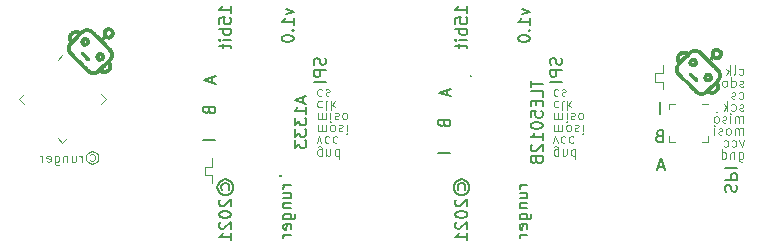
<source format=gbo>
G04 #@! TF.GenerationSoftware,KiCad,Pcbnew,(5.1.6-0-10_14)*
G04 #@! TF.CreationDate,2021-04-13T12:38:31+02:00*
G04 #@! TF.ProjectId,Encoder_SPI_Panel,456e636f-6465-4725-9f53-50495f50616e,rev?*
G04 #@! TF.SameCoordinates,Original*
G04 #@! TF.FileFunction,Legend,Bot*
G04 #@! TF.FilePolarity,Positive*
%FSLAX46Y46*%
G04 Gerber Fmt 4.6, Leading zero omitted, Abs format (unit mm)*
G04 Created by KiCad (PCBNEW (5.1.6-0-10_14)) date 2021-04-13 12:38:31*
%MOMM*%
%LPD*%
G01*
G04 APERTURE LIST*
%ADD10C,0.120000*%
%ADD11C,0.150000*%
%ADD12C,0.100000*%
%ADD13C,0.010000*%
G04 APERTURE END LIST*
D10*
X110444278Y-38629950D02*
G75*
G03*
X110444278Y-38629950I-60828J0D01*
G01*
D11*
X105881545Y-43236616D02*
X105405354Y-43236616D01*
X105976783Y-43522330D02*
X105643450Y-42522330D01*
X105310116Y-43522330D01*
X105532021Y-40628521D02*
X105389164Y-40676140D01*
X105341545Y-40723759D01*
X105293926Y-40818997D01*
X105293926Y-40961854D01*
X105341545Y-41057092D01*
X105389164Y-41104711D01*
X105484402Y-41152330D01*
X105865354Y-41152330D01*
X105865354Y-40152330D01*
X105532021Y-40152330D01*
X105436783Y-40199950D01*
X105389164Y-40247569D01*
X105341545Y-40342807D01*
X105341545Y-40438045D01*
X105389164Y-40533283D01*
X105436783Y-40580902D01*
X105532021Y-40628521D01*
X105865354Y-40628521D01*
X111154688Y-45349759D02*
X111107069Y-45206902D01*
X111107069Y-44968807D01*
X111154688Y-44873569D01*
X111202307Y-44825950D01*
X111297545Y-44778330D01*
X111392783Y-44778330D01*
X111488021Y-44825950D01*
X111535640Y-44873569D01*
X111583259Y-44968807D01*
X111630878Y-45159283D01*
X111678497Y-45254521D01*
X111726116Y-45302140D01*
X111821354Y-45349759D01*
X111916592Y-45349759D01*
X112011830Y-45302140D01*
X112059450Y-45254521D01*
X112107069Y-45159283D01*
X112107069Y-44921188D01*
X112059450Y-44778330D01*
X111107069Y-44349759D02*
X112107069Y-44349759D01*
X112107069Y-43968807D01*
X112059450Y-43873569D01*
X112011830Y-43825950D01*
X111916592Y-43778330D01*
X111773735Y-43778330D01*
X111678497Y-43825950D01*
X111630878Y-43873569D01*
X111583259Y-43968807D01*
X111583259Y-44349759D01*
X111107069Y-43349759D02*
X112107069Y-43349759D01*
X105613450Y-37777569D02*
X105613450Y-38777569D01*
D10*
X105818450Y-36699950D02*
X105818450Y-36024950D01*
X105818450Y-36024950D02*
X105193450Y-36024950D01*
X105193450Y-36024950D02*
X105193450Y-35324950D01*
X105193450Y-35324950D02*
X105818450Y-35324950D01*
X105818450Y-35324950D02*
X105818450Y-34624950D01*
D12*
X112655355Y-38460047D02*
X112579164Y-38498142D01*
X112426783Y-38498142D01*
X112350593Y-38460047D01*
X112312497Y-38383857D01*
X112312497Y-38345761D01*
X112350593Y-38269571D01*
X112426783Y-38231476D01*
X112541069Y-38231476D01*
X112617259Y-38193380D01*
X112655355Y-38117190D01*
X112655355Y-38079095D01*
X112617259Y-38002904D01*
X112541069Y-37964809D01*
X112426783Y-37964809D01*
X112350593Y-38002904D01*
X111626783Y-38460047D02*
X111702974Y-38498142D01*
X111855355Y-38498142D01*
X111931545Y-38460047D01*
X111969640Y-38421952D01*
X112007736Y-38345761D01*
X112007736Y-38117190D01*
X111969640Y-38040999D01*
X111931545Y-38002904D01*
X111855355Y-37964809D01*
X111702974Y-37964809D01*
X111626783Y-38002904D01*
X111283926Y-38498142D02*
X111283926Y-37698142D01*
X111207736Y-38193380D02*
X110979164Y-38498142D01*
X110979164Y-37964809D02*
X111283926Y-38269571D01*
X112693450Y-40999093D02*
X112502974Y-41532426D01*
X112312497Y-40999093D01*
X111664878Y-41494331D02*
X111741069Y-41532426D01*
X111893450Y-41532426D01*
X111969640Y-41494331D01*
X112007736Y-41456236D01*
X112045831Y-41380045D01*
X112045831Y-41151474D01*
X112007736Y-41075283D01*
X111969640Y-41037188D01*
X111893450Y-40999093D01*
X111741069Y-40999093D01*
X111664878Y-41037188D01*
X110979164Y-41494331D02*
X111055355Y-41532426D01*
X111207736Y-41532426D01*
X111283926Y-41494331D01*
X111322021Y-41456236D01*
X111360116Y-41380045D01*
X111360116Y-41151474D01*
X111322021Y-41075283D01*
X111283926Y-41037188D01*
X111207736Y-40999093D01*
X111055355Y-40999093D01*
X110979164Y-41037188D01*
X112617259Y-39509570D02*
X112617259Y-38976237D01*
X112617259Y-39052427D02*
X112579164Y-39014332D01*
X112502974Y-38976237D01*
X112388688Y-38976237D01*
X112312497Y-39014332D01*
X112274402Y-39090523D01*
X112274402Y-39509570D01*
X112274402Y-39090523D02*
X112236307Y-39014332D01*
X112160116Y-38976237D01*
X112045831Y-38976237D01*
X111969640Y-39014332D01*
X111931545Y-39090523D01*
X111931545Y-39509570D01*
X111550593Y-39509570D02*
X111550593Y-38976237D01*
X111550593Y-38709570D02*
X111588688Y-38747666D01*
X111550593Y-38785761D01*
X111512497Y-38747666D01*
X111550593Y-38709570D01*
X111550593Y-38785761D01*
X111207736Y-39471475D02*
X111131545Y-39509570D01*
X110979164Y-39509570D01*
X110902974Y-39471475D01*
X110864878Y-39395285D01*
X110864878Y-39357189D01*
X110902974Y-39280999D01*
X110979164Y-39242904D01*
X111093450Y-39242904D01*
X111169640Y-39204808D01*
X111207736Y-39128618D01*
X111207736Y-39090523D01*
X111169640Y-39014332D01*
X111093450Y-38976237D01*
X110979164Y-38976237D01*
X110902974Y-39014332D01*
X110407736Y-39509570D02*
X110483926Y-39471475D01*
X110522021Y-39433380D01*
X110560116Y-39357189D01*
X110560116Y-39128618D01*
X110522021Y-39052427D01*
X110483926Y-39014332D01*
X110407736Y-38976237D01*
X110293450Y-38976237D01*
X110217259Y-39014332D01*
X110179164Y-39052427D01*
X110141069Y-39128618D01*
X110141069Y-39357189D01*
X110179164Y-39433380D01*
X110217259Y-39471475D01*
X110293450Y-39509570D01*
X110407736Y-39509570D01*
X112274402Y-37448619D02*
X112350593Y-37486714D01*
X112502974Y-37486714D01*
X112579164Y-37448619D01*
X112617259Y-37410524D01*
X112655355Y-37334333D01*
X112655355Y-37105762D01*
X112617259Y-37029571D01*
X112579164Y-36991476D01*
X112502974Y-36953381D01*
X112350593Y-36953381D01*
X112274402Y-36991476D01*
X111969640Y-37448619D02*
X111893450Y-37486714D01*
X111741069Y-37486714D01*
X111664878Y-37448619D01*
X111626783Y-37372429D01*
X111626783Y-37334333D01*
X111664878Y-37258143D01*
X111741069Y-37220048D01*
X111855355Y-37220048D01*
X111931545Y-37181952D01*
X111969640Y-37105762D01*
X111969640Y-37067667D01*
X111931545Y-36991476D01*
X111855355Y-36953381D01*
X111741069Y-36953381D01*
X111664878Y-36991476D01*
X112274402Y-42010521D02*
X112274402Y-42658140D01*
X112312497Y-42734330D01*
X112350593Y-42772426D01*
X112426783Y-42810521D01*
X112541069Y-42810521D01*
X112617259Y-42772426D01*
X112274402Y-42505759D02*
X112350593Y-42543854D01*
X112502974Y-42543854D01*
X112579164Y-42505759D01*
X112617259Y-42467664D01*
X112655355Y-42391473D01*
X112655355Y-42162902D01*
X112617259Y-42086711D01*
X112579164Y-42048616D01*
X112502974Y-42010521D01*
X112350593Y-42010521D01*
X112274402Y-42048616D01*
X111893450Y-42010521D02*
X111893450Y-42543854D01*
X111893450Y-42086711D02*
X111855355Y-42048616D01*
X111779164Y-42010521D01*
X111664878Y-42010521D01*
X111588688Y-42048616D01*
X111550593Y-42124807D01*
X111550593Y-42543854D01*
X110826783Y-42543854D02*
X110826783Y-41743854D01*
X110826783Y-42505759D02*
X110902974Y-42543854D01*
X111055355Y-42543854D01*
X111131545Y-42505759D01*
X111169640Y-42467664D01*
X111207736Y-42391473D01*
X111207736Y-42162902D01*
X111169640Y-42086711D01*
X111131545Y-42048616D01*
X111055355Y-42010521D01*
X110902974Y-42010521D01*
X110826783Y-42048616D01*
X112617259Y-40520998D02*
X112617259Y-39987665D01*
X112617259Y-40063855D02*
X112579164Y-40025760D01*
X112502974Y-39987665D01*
X112388688Y-39987665D01*
X112312497Y-40025760D01*
X112274402Y-40101951D01*
X112274402Y-40520998D01*
X112274402Y-40101951D02*
X112236307Y-40025760D01*
X112160116Y-39987665D01*
X112045831Y-39987665D01*
X111969640Y-40025760D01*
X111931545Y-40101951D01*
X111931545Y-40520998D01*
X111436307Y-40520998D02*
X111512497Y-40482903D01*
X111550593Y-40444808D01*
X111588688Y-40368617D01*
X111588688Y-40140046D01*
X111550593Y-40063855D01*
X111512497Y-40025760D01*
X111436307Y-39987665D01*
X111322021Y-39987665D01*
X111245831Y-40025760D01*
X111207736Y-40063855D01*
X111169640Y-40140046D01*
X111169640Y-40368617D01*
X111207736Y-40444808D01*
X111245831Y-40482903D01*
X111322021Y-40520998D01*
X111436307Y-40520998D01*
X110864878Y-40482903D02*
X110788688Y-40520998D01*
X110636307Y-40520998D01*
X110560116Y-40482903D01*
X110522021Y-40406713D01*
X110522021Y-40368617D01*
X110560116Y-40292427D01*
X110636307Y-40254332D01*
X110750593Y-40254332D01*
X110826783Y-40216236D01*
X110864878Y-40140046D01*
X110864878Y-40101951D01*
X110826783Y-40025760D01*
X110750593Y-39987665D01*
X110636307Y-39987665D01*
X110560116Y-40025760D01*
X110179164Y-40520998D02*
X110179164Y-39987665D01*
X110179164Y-39720998D02*
X110217259Y-39759094D01*
X110179164Y-39797189D01*
X110141069Y-39759094D01*
X110179164Y-39720998D01*
X110179164Y-39797189D01*
X112274402Y-35425763D02*
X112350593Y-35463858D01*
X112502974Y-35463858D01*
X112579164Y-35425763D01*
X112617259Y-35387668D01*
X112655355Y-35311477D01*
X112655355Y-35082906D01*
X112617259Y-35006715D01*
X112579164Y-34968620D01*
X112502974Y-34930525D01*
X112350593Y-34930525D01*
X112274402Y-34968620D01*
X111817259Y-35463858D02*
X111893450Y-35425763D01*
X111931545Y-35349573D01*
X111931545Y-34663858D01*
X111512497Y-35463858D02*
X111512497Y-34663858D01*
X111436307Y-35159096D02*
X111207736Y-35463858D01*
X111207736Y-34930525D02*
X111512497Y-35235287D01*
X112655355Y-36437191D02*
X112579164Y-36475286D01*
X112426783Y-36475286D01*
X112350593Y-36437191D01*
X112312497Y-36361001D01*
X112312497Y-36322905D01*
X112350593Y-36246715D01*
X112426783Y-36208620D01*
X112541069Y-36208620D01*
X112617259Y-36170524D01*
X112655355Y-36094334D01*
X112655355Y-36056239D01*
X112617259Y-35980048D01*
X112541069Y-35941953D01*
X112426783Y-35941953D01*
X112350593Y-35980048D01*
X111626783Y-36475286D02*
X111626783Y-35675286D01*
X111626783Y-36437191D02*
X111702974Y-36475286D01*
X111855355Y-36475286D01*
X111931545Y-36437191D01*
X111969640Y-36399096D01*
X112007736Y-36322905D01*
X112007736Y-36094334D01*
X111969640Y-36018143D01*
X111931545Y-35980048D01*
X111855355Y-35941953D01*
X111702974Y-35941953D01*
X111626783Y-35980048D01*
X111131545Y-36475286D02*
X111207736Y-36437191D01*
X111245831Y-36399096D01*
X111283926Y-36322905D01*
X111283926Y-36094334D01*
X111245831Y-36018143D01*
X111207736Y-35980048D01*
X111131545Y-35941953D01*
X111017259Y-35941953D01*
X110941069Y-35980048D01*
X110902974Y-36018143D01*
X110864878Y-36094334D01*
X110864878Y-36322905D01*
X110902974Y-36399096D01*
X110941069Y-36437191D01*
X111017259Y-36475286D01*
X111131545Y-36475286D01*
D11*
X89265431Y-30223332D02*
X89265431Y-29651903D01*
X89265431Y-29937618D02*
X88265431Y-29937618D01*
X88408289Y-29842379D01*
X88503527Y-29747141D01*
X88551146Y-29651903D01*
X88265431Y-31128094D02*
X88265431Y-30651903D01*
X88741622Y-30604284D01*
X88694003Y-30651903D01*
X88646384Y-30747141D01*
X88646384Y-30985237D01*
X88694003Y-31080475D01*
X88741622Y-31128094D01*
X88836860Y-31175713D01*
X89074955Y-31175713D01*
X89170193Y-31128094D01*
X89217812Y-31080475D01*
X89265431Y-30985237D01*
X89265431Y-30747141D01*
X89217812Y-30651903D01*
X89170193Y-30604284D01*
X89265431Y-31604284D02*
X88265431Y-31604284D01*
X88646384Y-31604284D02*
X88598765Y-31699522D01*
X88598765Y-31889999D01*
X88646384Y-31985237D01*
X88694003Y-32032856D01*
X88789241Y-32080475D01*
X89074955Y-32080475D01*
X89170193Y-32032856D01*
X89217812Y-31985237D01*
X89265431Y-31889999D01*
X89265431Y-31699522D01*
X89217812Y-31604284D01*
X89265431Y-32509046D02*
X88598765Y-32509046D01*
X88265431Y-32509046D02*
X88313051Y-32461427D01*
X88360670Y-32509046D01*
X88313051Y-32556665D01*
X88265431Y-32509046D01*
X88360670Y-32509046D01*
X88598765Y-32842379D02*
X88598765Y-33223332D01*
X88265431Y-32985237D02*
X89122574Y-32985237D01*
X89217812Y-33032856D01*
X89265431Y-33128094D01*
X89265431Y-33223332D01*
X88503527Y-45175713D02*
X88455908Y-45080475D01*
X88455908Y-44889999D01*
X88503527Y-44794760D01*
X88598765Y-44699522D01*
X88694003Y-44651903D01*
X88884479Y-44651903D01*
X88979717Y-44699522D01*
X89074955Y-44794760D01*
X89122574Y-44889999D01*
X89122574Y-45080475D01*
X89074955Y-45175713D01*
X88122574Y-44985237D02*
X88170193Y-44747141D01*
X88313051Y-44509046D01*
X88551146Y-44366189D01*
X88789241Y-44318570D01*
X89027336Y-44366189D01*
X89265431Y-44509046D01*
X89408289Y-44747141D01*
X89455908Y-44985237D01*
X89408289Y-45223332D01*
X89265431Y-45461427D01*
X89027336Y-45604284D01*
X88789241Y-45651903D01*
X88551146Y-45604284D01*
X88313051Y-45461427D01*
X88170193Y-45223332D01*
X88122574Y-44985237D01*
X88360670Y-46032856D02*
X88313051Y-46080475D01*
X88265431Y-46175713D01*
X88265431Y-46413808D01*
X88313051Y-46509046D01*
X88360670Y-46556665D01*
X88455908Y-46604284D01*
X88551146Y-46604284D01*
X88694003Y-46556665D01*
X89265431Y-45985237D01*
X89265431Y-46604284D01*
X88265431Y-47223332D02*
X88265431Y-47318570D01*
X88313051Y-47413808D01*
X88360670Y-47461427D01*
X88455908Y-47509046D01*
X88646384Y-47556665D01*
X88884479Y-47556665D01*
X89074955Y-47509046D01*
X89170193Y-47461427D01*
X89217812Y-47413808D01*
X89265431Y-47318570D01*
X89265431Y-47223332D01*
X89217812Y-47128094D01*
X89170193Y-47080475D01*
X89074955Y-47032856D01*
X88884479Y-46985237D01*
X88646384Y-46985237D01*
X88455908Y-47032856D01*
X88360670Y-47080475D01*
X88313051Y-47128094D01*
X88265431Y-47223332D01*
X88360670Y-47937618D02*
X88313051Y-47985237D01*
X88265431Y-48080475D01*
X88265431Y-48318570D01*
X88313051Y-48413808D01*
X88360670Y-48461427D01*
X88455908Y-48509046D01*
X88551146Y-48509046D01*
X88694003Y-48461427D01*
X89265431Y-47889999D01*
X89265431Y-48509046D01*
X89265431Y-49461427D02*
X89265431Y-48889999D01*
X89265431Y-49175713D02*
X88265431Y-49175713D01*
X88408289Y-49080475D01*
X88503527Y-48985237D01*
X88551146Y-48889999D01*
X87815431Y-42039999D02*
X86815431Y-42039999D01*
X87311622Y-39581427D02*
X87359241Y-39724284D01*
X87406860Y-39771903D01*
X87502098Y-39819522D01*
X87644955Y-39819522D01*
X87740193Y-39771903D01*
X87787812Y-39724284D01*
X87835431Y-39629046D01*
X87835431Y-39248094D01*
X86835431Y-39248094D01*
X86835431Y-39581427D01*
X86883051Y-39676665D01*
X86930670Y-39724284D01*
X87025908Y-39771903D01*
X87121146Y-39771903D01*
X87216384Y-39724284D01*
X87264003Y-39676665D01*
X87311622Y-39581427D01*
X87311622Y-39248094D01*
D12*
X96623527Y-39678094D02*
X96623527Y-40211427D01*
X96623527Y-40135237D02*
X96661622Y-40173332D01*
X96737812Y-40211427D01*
X96852098Y-40211427D01*
X96928289Y-40173332D01*
X96966384Y-40097141D01*
X96966384Y-39678094D01*
X96966384Y-40097141D02*
X97004479Y-40173332D01*
X97080670Y-40211427D01*
X97194955Y-40211427D01*
X97271146Y-40173332D01*
X97309241Y-40097141D01*
X97309241Y-39678094D01*
X97804479Y-39678094D02*
X97728289Y-39716189D01*
X97690193Y-39754284D01*
X97652098Y-39830475D01*
X97652098Y-40059046D01*
X97690193Y-40135237D01*
X97728289Y-40173332D01*
X97804479Y-40211427D01*
X97918765Y-40211427D01*
X97994955Y-40173332D01*
X98033051Y-40135237D01*
X98071146Y-40059046D01*
X98071146Y-39830475D01*
X98033051Y-39754284D01*
X97994955Y-39716189D01*
X97918765Y-39678094D01*
X97804479Y-39678094D01*
X98375908Y-39716189D02*
X98452098Y-39678094D01*
X98604479Y-39678094D01*
X98680670Y-39716189D01*
X98718765Y-39792379D01*
X98718765Y-39830475D01*
X98680670Y-39906665D01*
X98604479Y-39944760D01*
X98490193Y-39944760D01*
X98414003Y-39982856D01*
X98375908Y-40059046D01*
X98375908Y-40097141D01*
X98414003Y-40173332D01*
X98490193Y-40211427D01*
X98604479Y-40211427D01*
X98680670Y-40173332D01*
X99061622Y-39678094D02*
X99061622Y-40211427D01*
X99061622Y-40478094D02*
X99023527Y-40439999D01*
X99061622Y-40401903D01*
X99099717Y-40439999D01*
X99061622Y-40478094D01*
X99061622Y-40401903D01*
D11*
X87579717Y-36721903D02*
X87579717Y-37198094D01*
X87865431Y-36626665D02*
X86865431Y-36959999D01*
X87865431Y-37293332D01*
X94365431Y-44823332D02*
X93698765Y-44823332D01*
X93889241Y-44823332D02*
X93794003Y-44870951D01*
X93746384Y-44918570D01*
X93698765Y-45013808D01*
X93698765Y-45109046D01*
X93698765Y-45870951D02*
X94365431Y-45870951D01*
X93698765Y-45442379D02*
X94222574Y-45442379D01*
X94317812Y-45489999D01*
X94365431Y-45585237D01*
X94365431Y-45728094D01*
X94317812Y-45823332D01*
X94270193Y-45870951D01*
X93698765Y-46347141D02*
X94365431Y-46347141D01*
X93794003Y-46347141D02*
X93746384Y-46394760D01*
X93698765Y-46489999D01*
X93698765Y-46632856D01*
X93746384Y-46728094D01*
X93841622Y-46775713D01*
X94365431Y-46775713D01*
X93698765Y-47680475D02*
X94508289Y-47680475D01*
X94603527Y-47632856D01*
X94651146Y-47585237D01*
X94698765Y-47489999D01*
X94698765Y-47347141D01*
X94651146Y-47251903D01*
X94317812Y-47680475D02*
X94365431Y-47585237D01*
X94365431Y-47394760D01*
X94317812Y-47299522D01*
X94270193Y-47251903D01*
X94174955Y-47204284D01*
X93889241Y-47204284D01*
X93794003Y-47251903D01*
X93746384Y-47299522D01*
X93698765Y-47394760D01*
X93698765Y-47585237D01*
X93746384Y-47680475D01*
X94317812Y-48537618D02*
X94365431Y-48442379D01*
X94365431Y-48251903D01*
X94317812Y-48156665D01*
X94222574Y-48109046D01*
X93841622Y-48109046D01*
X93746384Y-48156665D01*
X93698765Y-48251903D01*
X93698765Y-48442379D01*
X93746384Y-48537618D01*
X93841622Y-48585237D01*
X93936860Y-48585237D01*
X94032098Y-48109046D01*
X94365431Y-49013808D02*
X93698765Y-49013808D01*
X93889241Y-49013808D02*
X93794003Y-49061427D01*
X93746384Y-49109046D01*
X93698765Y-49204284D01*
X93698765Y-49299522D01*
X94648431Y-35942379D02*
X94648431Y-36513808D01*
X95648431Y-36228094D02*
X94648431Y-36228094D01*
X95648431Y-37323332D02*
X95648431Y-36847141D01*
X94648431Y-36847141D01*
X95124622Y-37656665D02*
X95124622Y-37989999D01*
X95648431Y-38132856D02*
X95648431Y-37656665D01*
X94648431Y-37656665D01*
X94648431Y-38132856D01*
X94648431Y-39037618D02*
X94648431Y-38561427D01*
X95124622Y-38513808D01*
X95077003Y-38561427D01*
X95029384Y-38656665D01*
X95029384Y-38894760D01*
X95077003Y-38989999D01*
X95124622Y-39037618D01*
X95219860Y-39085237D01*
X95457955Y-39085237D01*
X95553193Y-39037618D01*
X95600812Y-38989999D01*
X95648431Y-38894760D01*
X95648431Y-38656665D01*
X95600812Y-38561427D01*
X95553193Y-38513808D01*
X94648431Y-39704284D02*
X94648431Y-39799522D01*
X94696051Y-39894760D01*
X94743670Y-39942379D01*
X94838908Y-39989999D01*
X95029384Y-40037618D01*
X95267479Y-40037618D01*
X95457955Y-39989999D01*
X95553193Y-39942379D01*
X95600812Y-39894760D01*
X95648431Y-39799522D01*
X95648431Y-39704284D01*
X95600812Y-39609046D01*
X95553193Y-39561427D01*
X95457955Y-39513808D01*
X95267479Y-39466189D01*
X95029384Y-39466189D01*
X94838908Y-39513808D01*
X94743670Y-39561427D01*
X94696051Y-39609046D01*
X94648431Y-39704284D01*
X95648431Y-40989999D02*
X95648431Y-40418570D01*
X95648431Y-40704284D02*
X94648431Y-40704284D01*
X94791289Y-40609046D01*
X94886527Y-40513808D01*
X94934146Y-40418570D01*
X94743670Y-41370951D02*
X94696051Y-41418570D01*
X94648431Y-41513808D01*
X94648431Y-41751903D01*
X94696051Y-41847141D01*
X94743670Y-41894760D01*
X94838908Y-41942379D01*
X94934146Y-41942379D01*
X95077003Y-41894760D01*
X95648431Y-41323332D01*
X95648431Y-41942379D01*
X95124622Y-42704284D02*
X95172241Y-42847141D01*
X95219860Y-42894760D01*
X95315098Y-42942379D01*
X95457955Y-42942379D01*
X95553193Y-42894760D01*
X95600812Y-42847141D01*
X95648431Y-42751903D01*
X95648431Y-42370951D01*
X94648431Y-42370951D01*
X94648431Y-42704284D01*
X94696051Y-42799522D01*
X94743670Y-42847141D01*
X94838908Y-42894760D01*
X94934146Y-42894760D01*
X95029384Y-42847141D01*
X95077003Y-42799522D01*
X95124622Y-42704284D01*
X95124622Y-42370951D01*
X93898765Y-29861427D02*
X94565431Y-30099522D01*
X93898765Y-30337618D01*
X94565431Y-31242379D02*
X94565431Y-30670951D01*
X94565431Y-30956665D02*
X93565431Y-30956665D01*
X93708289Y-30861427D01*
X93803527Y-30766189D01*
X93851146Y-30670951D01*
X94470193Y-31670951D02*
X94517812Y-31718570D01*
X94565431Y-31670951D01*
X94517812Y-31623332D01*
X94470193Y-31670951D01*
X94565431Y-31670951D01*
X93565431Y-32337618D02*
X93565431Y-32432856D01*
X93613051Y-32528094D01*
X93660670Y-32575713D01*
X93755908Y-32623332D01*
X93946384Y-32670951D01*
X94184479Y-32670951D01*
X94374955Y-32623332D01*
X94470193Y-32575713D01*
X94517812Y-32528094D01*
X94565431Y-32432856D01*
X94565431Y-32337618D01*
X94517812Y-32242379D01*
X94470193Y-32194760D01*
X94374955Y-32147141D01*
X94184479Y-32099522D01*
X93946384Y-32099522D01*
X93755908Y-32147141D01*
X93660670Y-32194760D01*
X93613051Y-32242379D01*
X93565431Y-32337618D01*
X97242812Y-34041189D02*
X97290431Y-34184046D01*
X97290431Y-34422141D01*
X97242812Y-34517379D01*
X97195193Y-34564999D01*
X97099955Y-34612618D01*
X97004717Y-34612618D01*
X96909479Y-34564999D01*
X96861860Y-34517379D01*
X96814241Y-34422141D01*
X96766622Y-34231665D01*
X96719003Y-34136427D01*
X96671384Y-34088808D01*
X96576146Y-34041189D01*
X96480908Y-34041189D01*
X96385670Y-34088808D01*
X96338051Y-34136427D01*
X96290431Y-34231665D01*
X96290431Y-34469760D01*
X96338051Y-34612618D01*
X97290431Y-35041189D02*
X96290431Y-35041189D01*
X96290431Y-35422141D01*
X96338051Y-35517379D01*
X96385670Y-35564999D01*
X96480908Y-35612618D01*
X96623765Y-35612618D01*
X96719003Y-35564999D01*
X96766622Y-35517379D01*
X96814241Y-35422141D01*
X96814241Y-35041189D01*
X97290431Y-36041189D02*
X96290431Y-36041189D01*
D12*
X96623527Y-38678094D02*
X96623527Y-39211427D01*
X96623527Y-39135237D02*
X96661622Y-39173332D01*
X96737812Y-39211427D01*
X96852098Y-39211427D01*
X96928289Y-39173332D01*
X96966384Y-39097141D01*
X96966384Y-38678094D01*
X96966384Y-39097141D02*
X97004479Y-39173332D01*
X97080670Y-39211427D01*
X97194955Y-39211427D01*
X97271146Y-39173332D01*
X97309241Y-39097141D01*
X97309241Y-38678094D01*
X97690193Y-38678094D02*
X97690193Y-39211427D01*
X97690193Y-39478094D02*
X97652098Y-39439999D01*
X97690193Y-39401903D01*
X97728289Y-39439999D01*
X97690193Y-39478094D01*
X97690193Y-39401903D01*
X98033051Y-38716189D02*
X98109241Y-38678094D01*
X98261622Y-38678094D01*
X98337812Y-38716189D01*
X98375908Y-38792379D01*
X98375908Y-38830475D01*
X98337812Y-38906665D01*
X98261622Y-38944760D01*
X98147336Y-38944760D01*
X98071146Y-38982856D01*
X98033051Y-39059046D01*
X98033051Y-39097141D01*
X98071146Y-39173332D01*
X98147336Y-39211427D01*
X98261622Y-39211427D01*
X98337812Y-39173332D01*
X98833051Y-38678094D02*
X98756860Y-38716189D01*
X98718765Y-38754284D01*
X98680670Y-38830475D01*
X98680670Y-39059046D01*
X98718765Y-39135237D01*
X98756860Y-39173332D01*
X98833051Y-39211427D01*
X98947336Y-39211427D01*
X99023527Y-39173332D01*
X99061622Y-39135237D01*
X99099717Y-39059046D01*
X99099717Y-38830475D01*
X99061622Y-38754284D01*
X99023527Y-38716189D01*
X98947336Y-38678094D01*
X98833051Y-38678094D01*
X96966384Y-37716189D02*
X96890193Y-37678094D01*
X96737812Y-37678094D01*
X96661622Y-37716189D01*
X96623527Y-37754284D01*
X96585431Y-37830475D01*
X96585431Y-38059046D01*
X96623527Y-38135237D01*
X96661622Y-38173332D01*
X96737812Y-38211427D01*
X96890193Y-38211427D01*
X96966384Y-38173332D01*
X97423527Y-37678094D02*
X97347336Y-37716189D01*
X97309241Y-37792379D01*
X97309241Y-38478094D01*
X97728289Y-37678094D02*
X97728289Y-38478094D01*
X97804479Y-37982856D02*
X98033051Y-37678094D01*
X98033051Y-38211427D02*
X97728289Y-37906665D01*
X96547336Y-41211427D02*
X96737812Y-40678094D01*
X96928289Y-41211427D01*
X97575908Y-40716189D02*
X97499717Y-40678094D01*
X97347336Y-40678094D01*
X97271146Y-40716189D01*
X97233051Y-40754284D01*
X97194955Y-40830475D01*
X97194955Y-41059046D01*
X97233051Y-41135237D01*
X97271146Y-41173332D01*
X97347336Y-41211427D01*
X97499717Y-41211427D01*
X97575908Y-41173332D01*
X98261622Y-40716189D02*
X98185431Y-40678094D01*
X98033051Y-40678094D01*
X97956860Y-40716189D01*
X97918765Y-40754284D01*
X97880670Y-40830475D01*
X97880670Y-41059046D01*
X97918765Y-41135237D01*
X97956860Y-41173332D01*
X98033051Y-41211427D01*
X98185431Y-41211427D01*
X98261622Y-41173332D01*
X96966384Y-42311427D02*
X96966384Y-41663808D01*
X96928289Y-41587618D01*
X96890193Y-41549522D01*
X96814003Y-41511427D01*
X96699717Y-41511427D01*
X96623527Y-41549522D01*
X96966384Y-41816189D02*
X96890193Y-41778094D01*
X96737812Y-41778094D01*
X96661622Y-41816189D01*
X96623527Y-41854284D01*
X96585431Y-41930475D01*
X96585431Y-42159046D01*
X96623527Y-42235237D01*
X96661622Y-42273332D01*
X96737812Y-42311427D01*
X96890193Y-42311427D01*
X96966384Y-42273332D01*
X97347336Y-42311427D02*
X97347336Y-41778094D01*
X97347336Y-42235237D02*
X97385431Y-42273332D01*
X97461622Y-42311427D01*
X97575908Y-42311427D01*
X97652098Y-42273332D01*
X97690193Y-42197141D01*
X97690193Y-41778094D01*
X98414003Y-41778094D02*
X98414003Y-42578094D01*
X98414003Y-41816189D02*
X98337812Y-41778094D01*
X98185431Y-41778094D01*
X98109241Y-41816189D01*
X98071146Y-41854284D01*
X98033051Y-41930475D01*
X98033051Y-42159046D01*
X98071146Y-42235237D01*
X98109241Y-42273332D01*
X98185431Y-42311427D01*
X98337812Y-42311427D01*
X98414003Y-42273332D01*
X96966384Y-36716189D02*
X96890193Y-36678094D01*
X96737812Y-36678094D01*
X96661622Y-36716189D01*
X96623527Y-36754284D01*
X96585431Y-36830475D01*
X96585431Y-37059046D01*
X96623527Y-37135237D01*
X96661622Y-37173332D01*
X96737812Y-37211427D01*
X96890193Y-37211427D01*
X96966384Y-37173332D01*
X97271146Y-36716189D02*
X97347336Y-36678094D01*
X97499717Y-36678094D01*
X97575908Y-36716189D01*
X97614003Y-36792379D01*
X97614003Y-36830475D01*
X97575908Y-36906665D01*
X97499717Y-36944760D01*
X97385431Y-36944760D01*
X97309241Y-36982856D01*
X97271146Y-37059046D01*
X97271146Y-37097141D01*
X97309241Y-37173332D01*
X97385431Y-37211427D01*
X97499717Y-37211427D01*
X97575908Y-37173332D01*
X76966372Y-36716189D02*
X76890181Y-36678094D01*
X76737800Y-36678094D01*
X76661610Y-36716189D01*
X76623515Y-36754284D01*
X76585419Y-36830475D01*
X76585419Y-37059046D01*
X76623515Y-37135237D01*
X76661610Y-37173332D01*
X76737800Y-37211427D01*
X76890181Y-37211427D01*
X76966372Y-37173332D01*
X77271134Y-36716189D02*
X77347324Y-36678094D01*
X77499705Y-36678094D01*
X77575896Y-36716189D01*
X77613991Y-36792379D01*
X77613991Y-36830475D01*
X77575896Y-36906665D01*
X77499705Y-36944760D01*
X77385419Y-36944760D01*
X77309229Y-36982856D01*
X77271134Y-37059046D01*
X77271134Y-37097141D01*
X77309229Y-37173332D01*
X77385419Y-37211427D01*
X77499705Y-37211427D01*
X77575896Y-37173332D01*
X76966372Y-42311427D02*
X76966372Y-41663808D01*
X76928277Y-41587618D01*
X76890181Y-41549522D01*
X76813991Y-41511427D01*
X76699705Y-41511427D01*
X76623515Y-41549522D01*
X76966372Y-41816189D02*
X76890181Y-41778094D01*
X76737800Y-41778094D01*
X76661610Y-41816189D01*
X76623515Y-41854284D01*
X76585419Y-41930475D01*
X76585419Y-42159046D01*
X76623515Y-42235237D01*
X76661610Y-42273332D01*
X76737800Y-42311427D01*
X76890181Y-42311427D01*
X76966372Y-42273332D01*
X77347324Y-42311427D02*
X77347324Y-41778094D01*
X77347324Y-42235237D02*
X77385419Y-42273332D01*
X77461610Y-42311427D01*
X77575896Y-42311427D01*
X77652086Y-42273332D01*
X77690181Y-42197141D01*
X77690181Y-41778094D01*
X78413991Y-41778094D02*
X78413991Y-42578094D01*
X78413991Y-41816189D02*
X78337800Y-41778094D01*
X78185419Y-41778094D01*
X78109229Y-41816189D01*
X78071134Y-41854284D01*
X78033039Y-41930475D01*
X78033039Y-42159046D01*
X78071134Y-42235237D01*
X78109229Y-42273332D01*
X78185419Y-42311427D01*
X78337800Y-42311427D01*
X78413991Y-42273332D01*
X76547324Y-41211427D02*
X76737800Y-40678094D01*
X76928277Y-41211427D01*
X77575896Y-40716189D02*
X77499705Y-40678094D01*
X77347324Y-40678094D01*
X77271134Y-40716189D01*
X77233039Y-40754284D01*
X77194943Y-40830475D01*
X77194943Y-41059046D01*
X77233039Y-41135237D01*
X77271134Y-41173332D01*
X77347324Y-41211427D01*
X77499705Y-41211427D01*
X77575896Y-41173332D01*
X78261610Y-40716189D02*
X78185419Y-40678094D01*
X78033039Y-40678094D01*
X77956848Y-40716189D01*
X77918753Y-40754284D01*
X77880658Y-40830475D01*
X77880658Y-41059046D01*
X77918753Y-41135237D01*
X77956848Y-41173332D01*
X78033039Y-41211427D01*
X78185419Y-41211427D01*
X78261610Y-41173332D01*
X76966372Y-37716189D02*
X76890181Y-37678094D01*
X76737800Y-37678094D01*
X76661610Y-37716189D01*
X76623515Y-37754284D01*
X76585419Y-37830475D01*
X76585419Y-38059046D01*
X76623515Y-38135237D01*
X76661610Y-38173332D01*
X76737800Y-38211427D01*
X76890181Y-38211427D01*
X76966372Y-38173332D01*
X77423515Y-37678094D02*
X77347324Y-37716189D01*
X77309229Y-37792379D01*
X77309229Y-38478094D01*
X77728277Y-37678094D02*
X77728277Y-38478094D01*
X77804467Y-37982856D02*
X78033039Y-37678094D01*
X78033039Y-38211427D02*
X77728277Y-37906665D01*
X76623515Y-38678094D02*
X76623515Y-39211427D01*
X76623515Y-39135237D02*
X76661610Y-39173332D01*
X76737800Y-39211427D01*
X76852086Y-39211427D01*
X76928277Y-39173332D01*
X76966372Y-39097141D01*
X76966372Y-38678094D01*
X76966372Y-39097141D02*
X77004467Y-39173332D01*
X77080658Y-39211427D01*
X77194943Y-39211427D01*
X77271134Y-39173332D01*
X77309229Y-39097141D01*
X77309229Y-38678094D01*
X77690181Y-38678094D02*
X77690181Y-39211427D01*
X77690181Y-39478094D02*
X77652086Y-39439999D01*
X77690181Y-39401903D01*
X77728277Y-39439999D01*
X77690181Y-39478094D01*
X77690181Y-39401903D01*
X78033039Y-38716189D02*
X78109229Y-38678094D01*
X78261610Y-38678094D01*
X78337800Y-38716189D01*
X78375896Y-38792379D01*
X78375896Y-38830475D01*
X78337800Y-38906665D01*
X78261610Y-38944760D01*
X78147324Y-38944760D01*
X78071134Y-38982856D01*
X78033039Y-39059046D01*
X78033039Y-39097141D01*
X78071134Y-39173332D01*
X78147324Y-39211427D01*
X78261610Y-39211427D01*
X78337800Y-39173332D01*
X78833039Y-38678094D02*
X78756848Y-38716189D01*
X78718753Y-38754284D01*
X78680658Y-38830475D01*
X78680658Y-39059046D01*
X78718753Y-39135237D01*
X78756848Y-39173332D01*
X78833039Y-39211427D01*
X78947324Y-39211427D01*
X79023515Y-39173332D01*
X79061610Y-39135237D01*
X79099705Y-39059046D01*
X79099705Y-38830475D01*
X79061610Y-38754284D01*
X79023515Y-38716189D01*
X78947324Y-38678094D01*
X78833039Y-38678094D01*
D11*
X73420181Y-43989999D02*
X73467800Y-43942379D01*
X73515419Y-43989999D01*
X73467800Y-44037618D01*
X73420181Y-43989999D01*
X73515419Y-43989999D01*
X75362705Y-37347141D02*
X75362705Y-37823332D01*
X75648419Y-37251903D02*
X74648419Y-37585237D01*
X75648419Y-37918570D01*
X75648419Y-38775713D02*
X75648419Y-38204284D01*
X75648419Y-38489999D02*
X74648419Y-38489999D01*
X74791277Y-38394760D01*
X74886515Y-38299522D01*
X74934134Y-38204284D01*
X74648419Y-39109046D02*
X74648419Y-39728094D01*
X75029372Y-39394760D01*
X75029372Y-39537618D01*
X75076991Y-39632856D01*
X75124610Y-39680475D01*
X75219848Y-39728094D01*
X75457943Y-39728094D01*
X75553181Y-39680475D01*
X75600800Y-39632856D01*
X75648419Y-39537618D01*
X75648419Y-39251903D01*
X75600800Y-39156665D01*
X75553181Y-39109046D01*
X74648419Y-40061427D02*
X74648419Y-40680475D01*
X75029372Y-40347141D01*
X75029372Y-40489999D01*
X75076991Y-40585237D01*
X75124610Y-40632856D01*
X75219848Y-40680475D01*
X75457943Y-40680475D01*
X75553181Y-40632856D01*
X75600800Y-40585237D01*
X75648419Y-40489999D01*
X75648419Y-40204284D01*
X75600800Y-40109046D01*
X75553181Y-40061427D01*
X74648419Y-41013808D02*
X74648419Y-41632856D01*
X75029372Y-41299522D01*
X75029372Y-41442379D01*
X75076991Y-41537618D01*
X75124610Y-41585237D01*
X75219848Y-41632856D01*
X75457943Y-41632856D01*
X75553181Y-41585237D01*
X75600800Y-41537618D01*
X75648419Y-41442379D01*
X75648419Y-41156665D01*
X75600800Y-41061427D01*
X75553181Y-41013808D01*
D12*
X76623515Y-39678094D02*
X76623515Y-40211427D01*
X76623515Y-40135237D02*
X76661610Y-40173332D01*
X76737800Y-40211427D01*
X76852086Y-40211427D01*
X76928277Y-40173332D01*
X76966372Y-40097141D01*
X76966372Y-39678094D01*
X76966372Y-40097141D02*
X77004467Y-40173332D01*
X77080658Y-40211427D01*
X77194943Y-40211427D01*
X77271134Y-40173332D01*
X77309229Y-40097141D01*
X77309229Y-39678094D01*
X77804467Y-39678094D02*
X77728277Y-39716189D01*
X77690181Y-39754284D01*
X77652086Y-39830475D01*
X77652086Y-40059046D01*
X77690181Y-40135237D01*
X77728277Y-40173332D01*
X77804467Y-40211427D01*
X77918753Y-40211427D01*
X77994943Y-40173332D01*
X78033039Y-40135237D01*
X78071134Y-40059046D01*
X78071134Y-39830475D01*
X78033039Y-39754284D01*
X77994943Y-39716189D01*
X77918753Y-39678094D01*
X77804467Y-39678094D01*
X78375896Y-39716189D02*
X78452086Y-39678094D01*
X78604467Y-39678094D01*
X78680658Y-39716189D01*
X78718753Y-39792379D01*
X78718753Y-39830475D01*
X78680658Y-39906665D01*
X78604467Y-39944760D01*
X78490181Y-39944760D01*
X78413991Y-39982856D01*
X78375896Y-40059046D01*
X78375896Y-40097141D01*
X78413991Y-40173332D01*
X78490181Y-40211427D01*
X78604467Y-40211427D01*
X78680658Y-40173332D01*
X79061610Y-39678094D02*
X79061610Y-40211427D01*
X79061610Y-40478094D02*
X79023515Y-40439999D01*
X79061610Y-40401903D01*
X79099705Y-40439999D01*
X79061610Y-40478094D01*
X79061610Y-40401903D01*
D11*
X68503515Y-45175713D02*
X68455896Y-45080475D01*
X68455896Y-44889999D01*
X68503515Y-44794760D01*
X68598753Y-44699522D01*
X68693991Y-44651903D01*
X68884467Y-44651903D01*
X68979705Y-44699522D01*
X69074943Y-44794760D01*
X69122562Y-44889999D01*
X69122562Y-45080475D01*
X69074943Y-45175713D01*
X68122562Y-44985237D02*
X68170181Y-44747141D01*
X68313039Y-44509046D01*
X68551134Y-44366189D01*
X68789229Y-44318570D01*
X69027324Y-44366189D01*
X69265419Y-44509046D01*
X69408277Y-44747141D01*
X69455896Y-44985237D01*
X69408277Y-45223332D01*
X69265419Y-45461427D01*
X69027324Y-45604284D01*
X68789229Y-45651903D01*
X68551134Y-45604284D01*
X68313039Y-45461427D01*
X68170181Y-45223332D01*
X68122562Y-44985237D01*
X68360658Y-46032856D02*
X68313039Y-46080475D01*
X68265419Y-46175713D01*
X68265419Y-46413808D01*
X68313039Y-46509046D01*
X68360658Y-46556665D01*
X68455896Y-46604284D01*
X68551134Y-46604284D01*
X68693991Y-46556665D01*
X69265419Y-45985237D01*
X69265419Y-46604284D01*
X68265419Y-47223332D02*
X68265419Y-47318570D01*
X68313039Y-47413808D01*
X68360658Y-47461427D01*
X68455896Y-47509046D01*
X68646372Y-47556665D01*
X68884467Y-47556665D01*
X69074943Y-47509046D01*
X69170181Y-47461427D01*
X69217800Y-47413808D01*
X69265419Y-47318570D01*
X69265419Y-47223332D01*
X69217800Y-47128094D01*
X69170181Y-47080475D01*
X69074943Y-47032856D01*
X68884467Y-46985237D01*
X68646372Y-46985237D01*
X68455896Y-47032856D01*
X68360658Y-47080475D01*
X68313039Y-47128094D01*
X68265419Y-47223332D01*
X68360658Y-47937618D02*
X68313039Y-47985237D01*
X68265419Y-48080475D01*
X68265419Y-48318570D01*
X68313039Y-48413808D01*
X68360658Y-48461427D01*
X68455896Y-48509046D01*
X68551134Y-48509046D01*
X68693991Y-48461427D01*
X69265419Y-47889999D01*
X69265419Y-48509046D01*
X69265419Y-49461427D02*
X69265419Y-48889999D01*
X69265419Y-49175713D02*
X68265419Y-49175713D01*
X68408277Y-49080475D01*
X68503515Y-48985237D01*
X68551134Y-48889999D01*
X74365419Y-44823332D02*
X73698753Y-44823332D01*
X73889229Y-44823332D02*
X73793991Y-44870951D01*
X73746372Y-44918570D01*
X73698753Y-45013808D01*
X73698753Y-45109046D01*
X73698753Y-45870951D02*
X74365419Y-45870951D01*
X73698753Y-45442379D02*
X74222562Y-45442379D01*
X74317800Y-45489999D01*
X74365419Y-45585237D01*
X74365419Y-45728094D01*
X74317800Y-45823332D01*
X74270181Y-45870951D01*
X73698753Y-46347141D02*
X74365419Y-46347141D01*
X73793991Y-46347141D02*
X73746372Y-46394760D01*
X73698753Y-46489999D01*
X73698753Y-46632856D01*
X73746372Y-46728094D01*
X73841610Y-46775713D01*
X74365419Y-46775713D01*
X73698753Y-47680475D02*
X74508277Y-47680475D01*
X74603515Y-47632856D01*
X74651134Y-47585237D01*
X74698753Y-47489999D01*
X74698753Y-47347141D01*
X74651134Y-47251903D01*
X74317800Y-47680475D02*
X74365419Y-47585237D01*
X74365419Y-47394760D01*
X74317800Y-47299522D01*
X74270181Y-47251903D01*
X74174943Y-47204284D01*
X73889229Y-47204284D01*
X73793991Y-47251903D01*
X73746372Y-47299522D01*
X73698753Y-47394760D01*
X73698753Y-47585237D01*
X73746372Y-47680475D01*
X74317800Y-48537618D02*
X74365419Y-48442379D01*
X74365419Y-48251903D01*
X74317800Y-48156665D01*
X74222562Y-48109046D01*
X73841610Y-48109046D01*
X73746372Y-48156665D01*
X73698753Y-48251903D01*
X73698753Y-48442379D01*
X73746372Y-48537618D01*
X73841610Y-48585237D01*
X73936848Y-48585237D01*
X74032086Y-48109046D01*
X74365419Y-49013808D02*
X73698753Y-49013808D01*
X73889229Y-49013808D02*
X73793991Y-49061427D01*
X73746372Y-49109046D01*
X73698753Y-49204284D01*
X73698753Y-49299522D01*
X67915419Y-40939999D02*
X66915419Y-40939999D01*
X77242800Y-34041189D02*
X77290419Y-34184046D01*
X77290419Y-34422141D01*
X77242800Y-34517379D01*
X77195181Y-34564999D01*
X77099943Y-34612618D01*
X77004705Y-34612618D01*
X76909467Y-34564999D01*
X76861848Y-34517379D01*
X76814229Y-34422141D01*
X76766610Y-34231665D01*
X76718991Y-34136427D01*
X76671372Y-34088808D01*
X76576134Y-34041189D01*
X76480896Y-34041189D01*
X76385658Y-34088808D01*
X76338039Y-34136427D01*
X76290419Y-34231665D01*
X76290419Y-34469760D01*
X76338039Y-34612618D01*
X77290419Y-35041189D02*
X76290419Y-35041189D01*
X76290419Y-35422141D01*
X76338039Y-35517379D01*
X76385658Y-35564999D01*
X76480896Y-35612618D01*
X76623753Y-35612618D01*
X76718991Y-35564999D01*
X76766610Y-35517379D01*
X76814229Y-35422141D01*
X76814229Y-35041189D01*
X77290419Y-36041189D02*
X76290419Y-36041189D01*
X69265419Y-30223332D02*
X69265419Y-29651903D01*
X69265419Y-29937618D02*
X68265419Y-29937618D01*
X68408277Y-29842379D01*
X68503515Y-29747141D01*
X68551134Y-29651903D01*
X68265419Y-31128094D02*
X68265419Y-30651903D01*
X68741610Y-30604284D01*
X68693991Y-30651903D01*
X68646372Y-30747141D01*
X68646372Y-30985237D01*
X68693991Y-31080475D01*
X68741610Y-31128094D01*
X68836848Y-31175713D01*
X69074943Y-31175713D01*
X69170181Y-31128094D01*
X69217800Y-31080475D01*
X69265419Y-30985237D01*
X69265419Y-30747141D01*
X69217800Y-30651903D01*
X69170181Y-30604284D01*
X69265419Y-31604284D02*
X68265419Y-31604284D01*
X68646372Y-31604284D02*
X68598753Y-31699522D01*
X68598753Y-31889999D01*
X68646372Y-31985237D01*
X68693991Y-32032856D01*
X68789229Y-32080475D01*
X69074943Y-32080475D01*
X69170181Y-32032856D01*
X69217800Y-31985237D01*
X69265419Y-31889999D01*
X69265419Y-31699522D01*
X69217800Y-31604284D01*
X69265419Y-32509046D02*
X68598753Y-32509046D01*
X68265419Y-32509046D02*
X68313039Y-32461427D01*
X68360658Y-32509046D01*
X68313039Y-32556665D01*
X68265419Y-32509046D01*
X68360658Y-32509046D01*
X68598753Y-32842379D02*
X68598753Y-33223332D01*
X68265419Y-32985237D02*
X69122562Y-32985237D01*
X69217800Y-33032856D01*
X69265419Y-33128094D01*
X69265419Y-33223332D01*
X73898753Y-29861427D02*
X74565419Y-30099522D01*
X73898753Y-30337618D01*
X74565419Y-31242379D02*
X74565419Y-30670951D01*
X74565419Y-30956665D02*
X73565419Y-30956665D01*
X73708277Y-30861427D01*
X73803515Y-30766189D01*
X73851134Y-30670951D01*
X74470181Y-31670951D02*
X74517800Y-31718570D01*
X74565419Y-31670951D01*
X74517800Y-31623332D01*
X74470181Y-31670951D01*
X74565419Y-31670951D01*
X73565419Y-32337618D02*
X73565419Y-32432856D01*
X73613039Y-32528094D01*
X73660658Y-32575713D01*
X73755896Y-32623332D01*
X73946372Y-32670951D01*
X74184467Y-32670951D01*
X74374943Y-32623332D01*
X74470181Y-32575713D01*
X74517800Y-32528094D01*
X74565419Y-32432856D01*
X74565419Y-32337618D01*
X74517800Y-32242379D01*
X74470181Y-32194760D01*
X74374943Y-32147141D01*
X74184467Y-32099522D01*
X73946372Y-32099522D01*
X73755896Y-32147141D01*
X73660658Y-32194760D01*
X73613039Y-32242379D01*
X73565419Y-32337618D01*
X67411610Y-38481427D02*
X67459229Y-38624284D01*
X67506848Y-38671903D01*
X67602086Y-38719522D01*
X67744943Y-38719522D01*
X67840181Y-38671903D01*
X67887800Y-38624284D01*
X67935419Y-38529046D01*
X67935419Y-38148094D01*
X66935419Y-38148094D01*
X66935419Y-38481427D01*
X66983039Y-38576665D01*
X67030658Y-38624284D01*
X67125896Y-38671903D01*
X67221134Y-38671903D01*
X67316372Y-38624284D01*
X67363991Y-38576665D01*
X67411610Y-38481427D01*
X67411610Y-38148094D01*
X67679705Y-35621903D02*
X67679705Y-36098094D01*
X67965419Y-35526665D02*
X66965419Y-35859999D01*
X67965419Y-36193332D01*
D10*
X67658039Y-43224999D02*
X67658039Y-42524999D01*
X67033039Y-43224999D02*
X67658039Y-43224999D01*
X67033039Y-43924999D02*
X67033039Y-43224999D01*
X67658039Y-43924999D02*
X67033039Y-43924999D01*
X67658039Y-44599999D02*
X67658039Y-43924999D01*
D12*
X57361824Y-42222330D02*
X57438015Y-42184235D01*
X57590396Y-42184235D01*
X57666586Y-42222330D01*
X57742776Y-42298521D01*
X57780872Y-42374711D01*
X57780872Y-42527092D01*
X57742776Y-42603283D01*
X57666586Y-42679473D01*
X57590396Y-42717569D01*
X57438015Y-42717569D01*
X57361824Y-42679473D01*
X57514205Y-41917569D02*
X57704681Y-41955664D01*
X57895157Y-42069950D01*
X58009443Y-42260426D01*
X58047538Y-42450902D01*
X58009443Y-42641378D01*
X57895157Y-42831854D01*
X57704681Y-42946140D01*
X57514205Y-42984235D01*
X57323729Y-42946140D01*
X57133253Y-42831854D01*
X57018967Y-42641378D01*
X56980872Y-42450902D01*
X57018967Y-42260426D01*
X57133253Y-42069950D01*
X57323729Y-41955664D01*
X57514205Y-41917569D01*
X56638015Y-42831854D02*
X56638015Y-42298521D01*
X56638015Y-42450902D02*
X56599919Y-42374711D01*
X56561824Y-42336616D01*
X56485634Y-42298521D01*
X56409443Y-42298521D01*
X55799919Y-42298521D02*
X55799919Y-42831854D01*
X56142776Y-42298521D02*
X56142776Y-42717569D01*
X56104681Y-42793759D01*
X56028491Y-42831854D01*
X55914205Y-42831854D01*
X55838015Y-42793759D01*
X55799919Y-42755664D01*
X55418967Y-42298521D02*
X55418967Y-42831854D01*
X55418967Y-42374711D02*
X55380872Y-42336616D01*
X55304681Y-42298521D01*
X55190396Y-42298521D01*
X55114205Y-42336616D01*
X55076110Y-42412807D01*
X55076110Y-42831854D01*
X54352300Y-42298521D02*
X54352300Y-42946140D01*
X54390396Y-43022330D01*
X54428491Y-43060426D01*
X54504681Y-43098521D01*
X54618967Y-43098521D01*
X54695157Y-43060426D01*
X54352300Y-42793759D02*
X54428491Y-42831854D01*
X54580872Y-42831854D01*
X54657062Y-42793759D01*
X54695157Y-42755664D01*
X54733253Y-42679473D01*
X54733253Y-42450902D01*
X54695157Y-42374711D01*
X54657062Y-42336616D01*
X54580872Y-42298521D01*
X54428491Y-42298521D01*
X54352300Y-42336616D01*
X53666586Y-42793759D02*
X53742776Y-42831854D01*
X53895157Y-42831854D01*
X53971348Y-42793759D01*
X54009443Y-42717569D01*
X54009443Y-42412807D01*
X53971348Y-42336616D01*
X53895157Y-42298521D01*
X53742776Y-42298521D01*
X53666586Y-42336616D01*
X53628491Y-42412807D01*
X53628491Y-42488997D01*
X54009443Y-42565188D01*
X53285634Y-42831854D02*
X53285634Y-42298521D01*
X53285634Y-42450902D02*
X53247538Y-42374711D01*
X53209443Y-42336616D01*
X53133253Y-42298521D01*
X53057062Y-42298521D01*
D10*
X109138450Y-37889950D02*
X109613450Y-37889950D01*
X106393450Y-41109950D02*
X106393450Y-40634950D01*
X106868450Y-41109950D02*
X106393450Y-41109950D01*
X109613450Y-41109950D02*
X109613450Y-40634950D01*
X109138450Y-41109950D02*
X109613450Y-41109950D01*
X106393450Y-37889950D02*
X106393450Y-38364950D01*
X106868450Y-37889950D02*
X106393450Y-37889950D01*
D13*
G36*
X110622027Y-33253045D02*
G01*
X110540210Y-33209450D01*
X110450098Y-33183990D01*
X110350424Y-33176175D01*
X110337381Y-33176410D01*
X110250361Y-33185870D01*
X110172336Y-33210141D01*
X110100033Y-33250808D01*
X110030175Y-33309454D01*
X110001828Y-33338687D01*
X109969169Y-33375104D01*
X109946847Y-33403873D01*
X109930781Y-33431664D01*
X109916889Y-33465146D01*
X109906778Y-33494049D01*
X109883562Y-33589679D01*
X109880060Y-33682977D01*
X109896289Y-33776610D01*
X109908971Y-33816617D01*
X109939152Y-33901048D01*
X109826196Y-34014394D01*
X109713239Y-34127740D01*
X109362885Y-33777634D01*
X109276618Y-33691543D01*
X109203132Y-33618598D01*
X109140911Y-33557504D01*
X109088443Y-33506965D01*
X109044213Y-33465684D01*
X109006707Y-33432370D01*
X108974410Y-33405723D01*
X108945808Y-33384451D01*
X108919388Y-33367256D01*
X108893634Y-33352844D01*
X108867034Y-33339919D01*
X108838071Y-33327187D01*
X108834651Y-33325732D01*
X108744354Y-33293207D01*
X108654517Y-33273752D01*
X108556760Y-33265679D01*
X108534667Y-33265273D01*
X108409714Y-33273684D01*
X108291623Y-33301219D01*
X108195538Y-33340204D01*
X108138037Y-33372229D01*
X108076998Y-33412365D01*
X108019921Y-33455342D01*
X107974942Y-33495250D01*
X107955725Y-33512262D01*
X107940802Y-33514959D01*
X107920926Y-33504176D01*
X107915716Y-33500594D01*
X107873042Y-33477199D01*
X107816607Y-33454964D01*
X107752956Y-33435851D01*
X107688632Y-33421815D01*
X107630178Y-33414814D01*
X107628748Y-33414742D01*
X107532365Y-33417571D01*
X107433814Y-33434020D01*
X107341346Y-33462478D01*
X107305776Y-33477876D01*
X107240177Y-33516496D01*
X107173020Y-33568594D01*
X107110275Y-33628778D01*
X107057912Y-33691650D01*
X107040291Y-33717817D01*
X106991331Y-33815506D01*
X106959840Y-33920540D01*
X106945928Y-34029709D01*
X106949705Y-34139800D01*
X106971280Y-34247602D01*
X107010761Y-34349902D01*
X107018362Y-34364814D01*
X107032454Y-34395497D01*
X107040247Y-34420494D01*
X107040634Y-34431244D01*
X107032386Y-34446330D01*
X107015412Y-34472197D01*
X106993269Y-34503438D01*
X106991638Y-34505658D01*
X106933461Y-34601407D01*
X106891777Y-34706624D01*
X106866766Y-34818666D01*
X106858606Y-34934886D01*
X106867478Y-35052640D01*
X106893559Y-35169281D01*
X106937031Y-35282165D01*
X106938755Y-35285778D01*
X106976057Y-35363423D01*
X107793743Y-36183736D01*
X107924868Y-36315224D01*
X108042435Y-36432980D01*
X108147176Y-36537724D01*
X108239822Y-36630173D01*
X108321104Y-36711044D01*
X108391754Y-36781056D01*
X108452504Y-36840925D01*
X108504084Y-36891369D01*
X108547224Y-36933106D01*
X108582657Y-36966853D01*
X108611116Y-36993327D01*
X108633329Y-37013248D01*
X108650028Y-37027330D01*
X108661947Y-37036292D01*
X108664024Y-37037664D01*
X108766391Y-37091830D01*
X108875991Y-37129355D01*
X108989969Y-37150293D01*
X109105471Y-37154697D01*
X109219644Y-37142622D01*
X109329635Y-37114121D01*
X109432588Y-37069248D01*
X109507743Y-37021763D01*
X109539155Y-36999394D01*
X109565567Y-36981948D01*
X109581573Y-36972984D01*
X109582157Y-36972767D01*
X109598652Y-36974492D01*
X109625841Y-36984195D01*
X109648586Y-36995039D01*
X109736377Y-37033385D01*
X109827870Y-37056673D01*
X109928631Y-37066193D01*
X109957330Y-37066572D01*
X110069057Y-37058579D01*
X110170153Y-37034292D01*
X110262848Y-36992719D01*
X110349370Y-36932864D01*
X110422037Y-36863482D01*
X110249477Y-36690922D01*
X110189570Y-36744171D01*
X110188706Y-36744766D01*
X110107774Y-36789636D01*
X110024227Y-36815421D01*
X109952145Y-36821841D01*
X109910084Y-36818892D01*
X109865877Y-36811972D01*
X109825590Y-36802441D01*
X109795292Y-36791652D01*
X109783291Y-36784093D01*
X109788991Y-36775955D01*
X109807574Y-36755125D01*
X109837491Y-36723218D01*
X109877195Y-36681846D01*
X109925134Y-36632625D01*
X109979762Y-36577166D01*
X110039527Y-36517083D01*
X110043713Y-36512896D01*
X110104011Y-36452798D01*
X110159718Y-36397659D01*
X110209231Y-36349036D01*
X110250948Y-36308489D01*
X110251541Y-36307921D01*
X110069392Y-36125772D01*
X109965868Y-36228998D01*
X109872873Y-36321392D01*
X109354029Y-36836185D01*
X109295150Y-36861220D01*
X109194527Y-36893676D01*
X109092841Y-36906654D01*
X108992213Y-36900333D01*
X108894766Y-36874891D01*
X108802621Y-36830506D01*
X108783043Y-36818066D01*
X108770092Y-36807046D01*
X108744014Y-36782745D01*
X108705971Y-36746329D01*
X108657131Y-36698961D01*
X108598658Y-36641806D01*
X108531717Y-36576026D01*
X108457472Y-36502788D01*
X108377089Y-36423254D01*
X108291732Y-36338587D01*
X108202568Y-36249953D01*
X108110759Y-36158516D01*
X108017472Y-36065438D01*
X107923871Y-35971885D01*
X107831120Y-35879020D01*
X107740386Y-35788008D01*
X107652833Y-35700010D01*
X107569627Y-35616194D01*
X107491930Y-35537721D01*
X107420909Y-35465757D01*
X107357730Y-35401465D01*
X107303556Y-35346009D01*
X107259552Y-35300552D01*
X107226884Y-35266260D01*
X107206716Y-35244296D01*
X107200823Y-35237123D01*
X107150066Y-35145390D01*
X107118594Y-35048541D01*
X107106571Y-34948349D01*
X107114165Y-34846588D01*
X107141540Y-34745026D01*
X107152181Y-34718251D01*
X107177215Y-34659371D01*
X107685804Y-34146782D01*
X107504607Y-33965585D01*
X107233720Y-34236471D01*
X107222254Y-34215609D01*
X107214306Y-34194815D01*
X107205182Y-34161754D01*
X107198118Y-34129723D01*
X107191104Y-34044323D01*
X107202569Y-33962458D01*
X107230719Y-33886242D01*
X107273759Y-33817791D01*
X107329898Y-33759219D01*
X107397341Y-33712643D01*
X107474298Y-33680177D01*
X107558974Y-33663937D01*
X107594215Y-33662457D01*
X107628911Y-33664856D01*
X107669259Y-33671116D01*
X107708973Y-33679834D01*
X107741765Y-33689606D01*
X107761351Y-33699026D01*
X107762489Y-33700041D01*
X107756436Y-33707829D01*
X107737524Y-33728336D01*
X107707313Y-33759961D01*
X107667358Y-33801101D01*
X107619218Y-33850153D01*
X107564448Y-33905515D01*
X107504607Y-33965585D01*
X107685804Y-34146782D01*
X107692009Y-34140528D01*
X107810601Y-34021234D01*
X107915140Y-33916567D01*
X108005650Y-33826501D01*
X108082157Y-33751014D01*
X108144686Y-33690078D01*
X108193262Y-33643672D01*
X108227912Y-33611767D01*
X108248659Y-33594340D01*
X108251281Y-33592499D01*
X108335252Y-33549218D01*
X108427385Y-33522887D01*
X108524395Y-33513673D01*
X108622995Y-33521738D01*
X108719901Y-33547246D01*
X108767129Y-33566798D01*
X108829582Y-33596109D01*
X109582417Y-34344772D01*
X109712029Y-34473813D01*
X109831900Y-34593453D01*
X109941530Y-34703188D01*
X110040418Y-34802509D01*
X110128065Y-34890912D01*
X110203971Y-34967890D01*
X110267635Y-35032934D01*
X110318557Y-35085541D01*
X110356237Y-35125202D01*
X110380175Y-35151413D01*
X110387136Y-35159697D01*
X110441205Y-35240744D01*
X110477208Y-35324336D01*
X110496584Y-35414773D01*
X110501064Y-35499439D01*
X110493921Y-35568612D01*
X110475215Y-35643120D01*
X110447697Y-35713878D01*
X110422027Y-35760405D01*
X110409061Y-35776830D01*
X110384208Y-35804581D01*
X110347119Y-35844019D01*
X110297442Y-35895498D01*
X110234829Y-35959379D01*
X110158929Y-36036018D01*
X110069392Y-36125772D01*
X110251541Y-36307921D01*
X110283261Y-36277576D01*
X110304569Y-36257855D01*
X110313267Y-36250884D01*
X110313359Y-36250912D01*
X110318400Y-36261935D01*
X110327279Y-36286199D01*
X110334345Y-36307143D01*
X110350274Y-36386709D01*
X110348468Y-36468728D01*
X110330210Y-36549342D01*
X110296785Y-36624693D01*
X110249477Y-36690922D01*
X110422037Y-36863482D01*
X110429898Y-36855976D01*
X110500695Y-36765856D01*
X110552151Y-36670166D01*
X110584695Y-36567730D01*
X110598755Y-36457367D01*
X110598667Y-36390593D01*
X110591941Y-36328741D01*
X110578014Y-36261948D01*
X110558761Y-36196650D01*
X110536058Y-36139285D01*
X110513629Y-36098888D01*
X110492379Y-36068283D01*
X110549372Y-36001798D01*
X110615436Y-35917267D01*
X110665729Y-35835266D01*
X110701890Y-35754687D01*
X110735300Y-35637476D01*
X110749558Y-35516390D01*
X110744730Y-35394151D01*
X110720883Y-35273481D01*
X110687669Y-35178750D01*
X110674877Y-35149431D01*
X110662038Y-35122643D01*
X110647855Y-35096871D01*
X110631033Y-35070599D01*
X110610275Y-35042314D01*
X110584288Y-35010501D01*
X110551775Y-34973647D01*
X110511442Y-34930236D01*
X110461992Y-34878755D01*
X110402131Y-34817690D01*
X110330562Y-34745526D01*
X110245991Y-34660749D01*
X110235766Y-34650515D01*
X109885660Y-34300161D01*
X110112353Y-34074249D01*
X110196783Y-34104430D01*
X110291352Y-34128939D01*
X110384466Y-34133708D01*
X110478793Y-34118758D01*
X110519352Y-34106623D01*
X110560370Y-34091907D01*
X110591230Y-34077747D01*
X110618607Y-34060063D01*
X110649167Y-34034774D01*
X110674714Y-34011573D01*
X110681325Y-34004491D01*
X110509312Y-33832478D01*
X110482334Y-33851673D01*
X110445245Y-33867990D01*
X110442444Y-33869037D01*
X110374556Y-33884389D01*
X110308986Y-33880483D01*
X110248531Y-33858377D01*
X110195989Y-33819128D01*
X110154158Y-33763792D01*
X110151613Y-33759175D01*
X110132912Y-33704981D01*
X110128987Y-33643625D01*
X110140054Y-33582117D01*
X110145660Y-33566345D01*
X110178537Y-33509504D01*
X110224916Y-33465812D01*
X110281567Y-33436885D01*
X110345260Y-33424337D01*
X110412764Y-33429786D01*
X110416728Y-33430688D01*
X110451975Y-33440868D01*
X110479143Y-33454838D01*
X110506685Y-33477544D01*
X110521462Y-33491938D01*
X110549717Y-33522411D01*
X110567008Y-33548700D01*
X110578282Y-33579263D01*
X110582712Y-33596672D01*
X110588967Y-33665493D01*
X110575809Y-33732006D01*
X110544047Y-33792676D01*
X110535425Y-33803932D01*
X110509312Y-33832478D01*
X110681325Y-34004491D01*
X110743426Y-33937958D01*
X110792732Y-33861060D01*
X110823503Y-33778924D01*
X110836611Y-33689595D01*
X110837001Y-33647266D01*
X110826883Y-33550888D01*
X110801461Y-33466018D01*
X110759337Y-33389351D01*
X110699119Y-33317579D01*
X110696813Y-33315261D01*
X110622027Y-33253045D01*
G37*
X110622027Y-33253045D02*
X110540210Y-33209450D01*
X110450098Y-33183990D01*
X110350424Y-33176175D01*
X110337381Y-33176410D01*
X110250361Y-33185870D01*
X110172336Y-33210141D01*
X110100033Y-33250808D01*
X110030175Y-33309454D01*
X110001828Y-33338687D01*
X109969169Y-33375104D01*
X109946847Y-33403873D01*
X109930781Y-33431664D01*
X109916889Y-33465146D01*
X109906778Y-33494049D01*
X109883562Y-33589679D01*
X109880060Y-33682977D01*
X109896289Y-33776610D01*
X109908971Y-33816617D01*
X109939152Y-33901048D01*
X109826196Y-34014394D01*
X109713239Y-34127740D01*
X109362885Y-33777634D01*
X109276618Y-33691543D01*
X109203132Y-33618598D01*
X109140911Y-33557504D01*
X109088443Y-33506965D01*
X109044213Y-33465684D01*
X109006707Y-33432370D01*
X108974410Y-33405723D01*
X108945808Y-33384451D01*
X108919388Y-33367256D01*
X108893634Y-33352844D01*
X108867034Y-33339919D01*
X108838071Y-33327187D01*
X108834651Y-33325732D01*
X108744354Y-33293207D01*
X108654517Y-33273752D01*
X108556760Y-33265679D01*
X108534667Y-33265273D01*
X108409714Y-33273684D01*
X108291623Y-33301219D01*
X108195538Y-33340204D01*
X108138037Y-33372229D01*
X108076998Y-33412365D01*
X108019921Y-33455342D01*
X107974942Y-33495250D01*
X107955725Y-33512262D01*
X107940802Y-33514959D01*
X107920926Y-33504176D01*
X107915716Y-33500594D01*
X107873042Y-33477199D01*
X107816607Y-33454964D01*
X107752956Y-33435851D01*
X107688632Y-33421815D01*
X107630178Y-33414814D01*
X107628748Y-33414742D01*
X107532365Y-33417571D01*
X107433814Y-33434020D01*
X107341346Y-33462478D01*
X107305776Y-33477876D01*
X107240177Y-33516496D01*
X107173020Y-33568594D01*
X107110275Y-33628778D01*
X107057912Y-33691650D01*
X107040291Y-33717817D01*
X106991331Y-33815506D01*
X106959840Y-33920540D01*
X106945928Y-34029709D01*
X106949705Y-34139800D01*
X106971280Y-34247602D01*
X107010761Y-34349902D01*
X107018362Y-34364814D01*
X107032454Y-34395497D01*
X107040247Y-34420494D01*
X107040634Y-34431244D01*
X107032386Y-34446330D01*
X107015412Y-34472197D01*
X106993269Y-34503438D01*
X106991638Y-34505658D01*
X106933461Y-34601407D01*
X106891777Y-34706624D01*
X106866766Y-34818666D01*
X106858606Y-34934886D01*
X106867478Y-35052640D01*
X106893559Y-35169281D01*
X106937031Y-35282165D01*
X106938755Y-35285778D01*
X106976057Y-35363423D01*
X107793743Y-36183736D01*
X107924868Y-36315224D01*
X108042435Y-36432980D01*
X108147176Y-36537724D01*
X108239822Y-36630173D01*
X108321104Y-36711044D01*
X108391754Y-36781056D01*
X108452504Y-36840925D01*
X108504084Y-36891369D01*
X108547224Y-36933106D01*
X108582657Y-36966853D01*
X108611116Y-36993327D01*
X108633329Y-37013248D01*
X108650028Y-37027330D01*
X108661947Y-37036292D01*
X108664024Y-37037664D01*
X108766391Y-37091830D01*
X108875991Y-37129355D01*
X108989969Y-37150293D01*
X109105471Y-37154697D01*
X109219644Y-37142622D01*
X109329635Y-37114121D01*
X109432588Y-37069248D01*
X109507743Y-37021763D01*
X109539155Y-36999394D01*
X109565567Y-36981948D01*
X109581573Y-36972984D01*
X109582157Y-36972767D01*
X109598652Y-36974492D01*
X109625841Y-36984195D01*
X109648586Y-36995039D01*
X109736377Y-37033385D01*
X109827870Y-37056673D01*
X109928631Y-37066193D01*
X109957330Y-37066572D01*
X110069057Y-37058579D01*
X110170153Y-37034292D01*
X110262848Y-36992719D01*
X110349370Y-36932864D01*
X110422037Y-36863482D01*
X110249477Y-36690922D01*
X110189570Y-36744171D01*
X110188706Y-36744766D01*
X110107774Y-36789636D01*
X110024227Y-36815421D01*
X109952145Y-36821841D01*
X109910084Y-36818892D01*
X109865877Y-36811972D01*
X109825590Y-36802441D01*
X109795292Y-36791652D01*
X109783291Y-36784093D01*
X109788991Y-36775955D01*
X109807574Y-36755125D01*
X109837491Y-36723218D01*
X109877195Y-36681846D01*
X109925134Y-36632625D01*
X109979762Y-36577166D01*
X110039527Y-36517083D01*
X110043713Y-36512896D01*
X110104011Y-36452798D01*
X110159718Y-36397659D01*
X110209231Y-36349036D01*
X110250948Y-36308489D01*
X110251541Y-36307921D01*
X110069392Y-36125772D01*
X109965868Y-36228998D01*
X109872873Y-36321392D01*
X109354029Y-36836185D01*
X109295150Y-36861220D01*
X109194527Y-36893676D01*
X109092841Y-36906654D01*
X108992213Y-36900333D01*
X108894766Y-36874891D01*
X108802621Y-36830506D01*
X108783043Y-36818066D01*
X108770092Y-36807046D01*
X108744014Y-36782745D01*
X108705971Y-36746329D01*
X108657131Y-36698961D01*
X108598658Y-36641806D01*
X108531717Y-36576026D01*
X108457472Y-36502788D01*
X108377089Y-36423254D01*
X108291732Y-36338587D01*
X108202568Y-36249953D01*
X108110759Y-36158516D01*
X108017472Y-36065438D01*
X107923871Y-35971885D01*
X107831120Y-35879020D01*
X107740386Y-35788008D01*
X107652833Y-35700010D01*
X107569627Y-35616194D01*
X107491930Y-35537721D01*
X107420909Y-35465757D01*
X107357730Y-35401465D01*
X107303556Y-35346009D01*
X107259552Y-35300552D01*
X107226884Y-35266260D01*
X107206716Y-35244296D01*
X107200823Y-35237123D01*
X107150066Y-35145390D01*
X107118594Y-35048541D01*
X107106571Y-34948349D01*
X107114165Y-34846588D01*
X107141540Y-34745026D01*
X107152181Y-34718251D01*
X107177215Y-34659371D01*
X107685804Y-34146782D01*
X107504607Y-33965585D01*
X107233720Y-34236471D01*
X107222254Y-34215609D01*
X107214306Y-34194815D01*
X107205182Y-34161754D01*
X107198118Y-34129723D01*
X107191104Y-34044323D01*
X107202569Y-33962458D01*
X107230719Y-33886242D01*
X107273759Y-33817791D01*
X107329898Y-33759219D01*
X107397341Y-33712643D01*
X107474298Y-33680177D01*
X107558974Y-33663937D01*
X107594215Y-33662457D01*
X107628911Y-33664856D01*
X107669259Y-33671116D01*
X107708973Y-33679834D01*
X107741765Y-33689606D01*
X107761351Y-33699026D01*
X107762489Y-33700041D01*
X107756436Y-33707829D01*
X107737524Y-33728336D01*
X107707313Y-33759961D01*
X107667358Y-33801101D01*
X107619218Y-33850153D01*
X107564448Y-33905515D01*
X107504607Y-33965585D01*
X107685804Y-34146782D01*
X107692009Y-34140528D01*
X107810601Y-34021234D01*
X107915140Y-33916567D01*
X108005650Y-33826501D01*
X108082157Y-33751014D01*
X108144686Y-33690078D01*
X108193262Y-33643672D01*
X108227912Y-33611767D01*
X108248659Y-33594340D01*
X108251281Y-33592499D01*
X108335252Y-33549218D01*
X108427385Y-33522887D01*
X108524395Y-33513673D01*
X108622995Y-33521738D01*
X108719901Y-33547246D01*
X108767129Y-33566798D01*
X108829582Y-33596109D01*
X109582417Y-34344772D01*
X109712029Y-34473813D01*
X109831900Y-34593453D01*
X109941530Y-34703188D01*
X110040418Y-34802509D01*
X110128065Y-34890912D01*
X110203971Y-34967890D01*
X110267635Y-35032934D01*
X110318557Y-35085541D01*
X110356237Y-35125202D01*
X110380175Y-35151413D01*
X110387136Y-35159697D01*
X110441205Y-35240744D01*
X110477208Y-35324336D01*
X110496584Y-35414773D01*
X110501064Y-35499439D01*
X110493921Y-35568612D01*
X110475215Y-35643120D01*
X110447697Y-35713878D01*
X110422027Y-35760405D01*
X110409061Y-35776830D01*
X110384208Y-35804581D01*
X110347119Y-35844019D01*
X110297442Y-35895498D01*
X110234829Y-35959379D01*
X110158929Y-36036018D01*
X110069392Y-36125772D01*
X110251541Y-36307921D01*
X110283261Y-36277576D01*
X110304569Y-36257855D01*
X110313267Y-36250884D01*
X110313359Y-36250912D01*
X110318400Y-36261935D01*
X110327279Y-36286199D01*
X110334345Y-36307143D01*
X110350274Y-36386709D01*
X110348468Y-36468728D01*
X110330210Y-36549342D01*
X110296785Y-36624693D01*
X110249477Y-36690922D01*
X110422037Y-36863482D01*
X110429898Y-36855976D01*
X110500695Y-36765856D01*
X110552151Y-36670166D01*
X110584695Y-36567730D01*
X110598755Y-36457367D01*
X110598667Y-36390593D01*
X110591941Y-36328741D01*
X110578014Y-36261948D01*
X110558761Y-36196650D01*
X110536058Y-36139285D01*
X110513629Y-36098888D01*
X110492379Y-36068283D01*
X110549372Y-36001798D01*
X110615436Y-35917267D01*
X110665729Y-35835266D01*
X110701890Y-35754687D01*
X110735300Y-35637476D01*
X110749558Y-35516390D01*
X110744730Y-35394151D01*
X110720883Y-35273481D01*
X110687669Y-35178750D01*
X110674877Y-35149431D01*
X110662038Y-35122643D01*
X110647855Y-35096871D01*
X110631033Y-35070599D01*
X110610275Y-35042314D01*
X110584288Y-35010501D01*
X110551775Y-34973647D01*
X110511442Y-34930236D01*
X110461992Y-34878755D01*
X110402131Y-34817690D01*
X110330562Y-34745526D01*
X110245991Y-34660749D01*
X110235766Y-34650515D01*
X109885660Y-34300161D01*
X110112353Y-34074249D01*
X110196783Y-34104430D01*
X110291352Y-34128939D01*
X110384466Y-34133708D01*
X110478793Y-34118758D01*
X110519352Y-34106623D01*
X110560370Y-34091907D01*
X110591230Y-34077747D01*
X110618607Y-34060063D01*
X110649167Y-34034774D01*
X110674714Y-34011573D01*
X110681325Y-34004491D01*
X110509312Y-33832478D01*
X110482334Y-33851673D01*
X110445245Y-33867990D01*
X110442444Y-33869037D01*
X110374556Y-33884389D01*
X110308986Y-33880483D01*
X110248531Y-33858377D01*
X110195989Y-33819128D01*
X110154158Y-33763792D01*
X110151613Y-33759175D01*
X110132912Y-33704981D01*
X110128987Y-33643625D01*
X110140054Y-33582117D01*
X110145660Y-33566345D01*
X110178537Y-33509504D01*
X110224916Y-33465812D01*
X110281567Y-33436885D01*
X110345260Y-33424337D01*
X110412764Y-33429786D01*
X110416728Y-33430688D01*
X110451975Y-33440868D01*
X110479143Y-33454838D01*
X110506685Y-33477544D01*
X110521462Y-33491938D01*
X110549717Y-33522411D01*
X110567008Y-33548700D01*
X110578282Y-33579263D01*
X110582712Y-33596672D01*
X110588967Y-33665493D01*
X110575809Y-33732006D01*
X110544047Y-33792676D01*
X110535425Y-33803932D01*
X110509312Y-33832478D01*
X110681325Y-34004491D01*
X110743426Y-33937958D01*
X110792732Y-33861060D01*
X110823503Y-33778924D01*
X110836611Y-33689595D01*
X110837001Y-33647266D01*
X110826883Y-33550888D01*
X110801461Y-33466018D01*
X110759337Y-33389351D01*
X110699119Y-33317579D01*
X110696813Y-33315261D01*
X110622027Y-33253045D01*
G36*
X108392391Y-35465944D02*
G01*
X108340595Y-35415451D01*
X108293749Y-35370583D01*
X108254037Y-35333528D01*
X108223641Y-35306466D01*
X108204746Y-35291582D01*
X108202973Y-35290497D01*
X108156609Y-35274963D01*
X108109937Y-35278498D01*
X108067469Y-35300494D01*
X108056624Y-35310198D01*
X108035901Y-35335024D01*
X108025805Y-35361326D01*
X108022491Y-35393503D01*
X108020242Y-35444924D01*
X108283051Y-35711272D01*
X108353081Y-35782095D01*
X108410446Y-35839709D01*
X108456620Y-35885497D01*
X108493078Y-35920844D01*
X108521297Y-35947131D01*
X108542750Y-35965742D01*
X108558914Y-35978062D01*
X108571262Y-35985472D01*
X108578737Y-35988585D01*
X108623733Y-35993898D01*
X108666908Y-35982271D01*
X108703609Y-35956734D01*
X108729176Y-35920318D01*
X108738557Y-35884577D01*
X108735843Y-35848378D01*
X108724600Y-35813615D01*
X108722904Y-35810428D01*
X108710122Y-35793529D01*
X108684821Y-35764789D01*
X108649185Y-35726390D01*
X108605395Y-35680515D01*
X108555638Y-35629350D01*
X108502095Y-35575077D01*
X108446952Y-35519881D01*
X108392391Y-35465944D01*
G37*
X108392391Y-35465944D02*
X108340595Y-35415451D01*
X108293749Y-35370583D01*
X108254037Y-35333528D01*
X108223641Y-35306466D01*
X108204746Y-35291582D01*
X108202973Y-35290497D01*
X108156609Y-35274963D01*
X108109937Y-35278498D01*
X108067469Y-35300494D01*
X108056624Y-35310198D01*
X108035901Y-35335024D01*
X108025805Y-35361326D01*
X108022491Y-35393503D01*
X108020242Y-35444924D01*
X108283051Y-35711272D01*
X108353081Y-35782095D01*
X108410446Y-35839709D01*
X108456620Y-35885497D01*
X108493078Y-35920844D01*
X108521297Y-35947131D01*
X108542750Y-35965742D01*
X108558914Y-35978062D01*
X108571262Y-35985472D01*
X108578737Y-35988585D01*
X108623733Y-35993898D01*
X108666908Y-35982271D01*
X108703609Y-35956734D01*
X108729176Y-35920318D01*
X108738557Y-35884577D01*
X108735843Y-35848378D01*
X108724600Y-35813615D01*
X108722904Y-35810428D01*
X108710122Y-35793529D01*
X108684821Y-35764789D01*
X108649185Y-35726390D01*
X108605395Y-35680515D01*
X108555638Y-35629350D01*
X108502095Y-35575077D01*
X108446952Y-35519881D01*
X108392391Y-35465944D01*
G36*
X109851820Y-35367853D02*
G01*
X109823434Y-35346404D01*
X109792154Y-35330220D01*
X109757638Y-35316852D01*
X109670647Y-35295593D01*
X109584473Y-35294605D01*
X109512572Y-35309542D01*
X109484743Y-35319057D01*
X109462080Y-35330014D01*
X109439742Y-35345805D01*
X109412882Y-35369822D01*
X109379174Y-35402936D01*
X109344981Y-35437638D01*
X109321979Y-35463325D01*
X109306775Y-35485130D01*
X109295974Y-35508182D01*
X109286181Y-35537617D01*
X109282934Y-35548459D01*
X109267313Y-35633977D01*
X109271314Y-35716972D01*
X109294508Y-35795517D01*
X109336474Y-35867691D01*
X109359711Y-35895771D01*
X109391477Y-35927209D01*
X109425592Y-35955721D01*
X109450591Y-35972641D01*
X109525808Y-36003449D01*
X109607001Y-36016433D01*
X109690172Y-36011467D01*
X109771325Y-35988432D01*
X109784429Y-35982803D01*
X109838048Y-35950078D01*
X109874012Y-35917803D01*
X109700238Y-35744028D01*
X109664325Y-35763941D01*
X109625197Y-35768962D01*
X109586837Y-35760133D01*
X109553220Y-35738495D01*
X109528326Y-35705089D01*
X109516137Y-35660956D01*
X109515611Y-35652365D01*
X109523148Y-35610771D01*
X109545588Y-35577228D01*
X109578458Y-35553655D01*
X109617290Y-35541974D01*
X109657612Y-35544102D01*
X109694955Y-35561960D01*
X109705202Y-35570965D01*
X109732511Y-35610791D01*
X109742096Y-35655204D01*
X109733148Y-35699539D01*
X109728959Y-35708184D01*
X109700238Y-35744028D01*
X109874012Y-35917803D01*
X109889950Y-35903501D01*
X109934431Y-35849146D01*
X109965786Y-35793087D01*
X109968157Y-35787159D01*
X109984249Y-35723031D01*
X109988787Y-35650506D01*
X109981807Y-35577874D01*
X109966922Y-35522436D01*
X109950519Y-35483453D01*
X109931763Y-35452130D01*
X109905368Y-35420528D01*
X109885268Y-35399736D01*
X109851820Y-35367853D01*
G37*
X109851820Y-35367853D02*
X109823434Y-35346404D01*
X109792154Y-35330220D01*
X109757638Y-35316852D01*
X109670647Y-35295593D01*
X109584473Y-35294605D01*
X109512572Y-35309542D01*
X109484743Y-35319057D01*
X109462080Y-35330014D01*
X109439742Y-35345805D01*
X109412882Y-35369822D01*
X109379174Y-35402936D01*
X109344981Y-35437638D01*
X109321979Y-35463325D01*
X109306775Y-35485130D01*
X109295974Y-35508182D01*
X109286181Y-35537617D01*
X109282934Y-35548459D01*
X109267313Y-35633977D01*
X109271314Y-35716972D01*
X109294508Y-35795517D01*
X109336474Y-35867691D01*
X109359711Y-35895771D01*
X109391477Y-35927209D01*
X109425592Y-35955721D01*
X109450591Y-35972641D01*
X109525808Y-36003449D01*
X109607001Y-36016433D01*
X109690172Y-36011467D01*
X109771325Y-35988432D01*
X109784429Y-35982803D01*
X109838048Y-35950078D01*
X109874012Y-35917803D01*
X109700238Y-35744028D01*
X109664325Y-35763941D01*
X109625197Y-35768962D01*
X109586837Y-35760133D01*
X109553220Y-35738495D01*
X109528326Y-35705089D01*
X109516137Y-35660956D01*
X109515611Y-35652365D01*
X109523148Y-35610771D01*
X109545588Y-35577228D01*
X109578458Y-35553655D01*
X109617290Y-35541974D01*
X109657612Y-35544102D01*
X109694955Y-35561960D01*
X109705202Y-35570965D01*
X109732511Y-35610791D01*
X109742096Y-35655204D01*
X109733148Y-35699539D01*
X109728959Y-35708184D01*
X109700238Y-35744028D01*
X109874012Y-35917803D01*
X109889950Y-35903501D01*
X109934431Y-35849146D01*
X109965786Y-35793087D01*
X109968157Y-35787159D01*
X109984249Y-35723031D01*
X109988787Y-35650506D01*
X109981807Y-35577874D01*
X109966922Y-35522436D01*
X109950519Y-35483453D01*
X109931763Y-35452130D01*
X109905368Y-35420528D01*
X109885268Y-35399736D01*
X109851820Y-35367853D01*
G36*
X108545381Y-34072985D02*
G01*
X108472536Y-34041286D01*
X108393388Y-34025356D01*
X108346752Y-34024041D01*
X108282343Y-34029690D01*
X108229654Y-34043299D01*
X108182519Y-34067634D01*
X108134778Y-34105464D01*
X108107645Y-34131408D01*
X108073390Y-34166712D01*
X108050302Y-34194269D01*
X108034352Y-34219817D01*
X108021508Y-34249099D01*
X108017579Y-34259690D01*
X107999445Y-34337856D01*
X107998452Y-34420317D01*
X108014626Y-34500409D01*
X108016537Y-34506146D01*
X108043838Y-34563159D01*
X108084265Y-34619426D01*
X108132491Y-34668696D01*
X108183194Y-34704712D01*
X108187528Y-34707003D01*
X108263385Y-34735014D01*
X108345304Y-34746101D01*
X108427969Y-34740178D01*
X108506069Y-34717162D01*
X108517004Y-34712257D01*
X108568369Y-34679676D01*
X108615055Y-34636481D01*
X108439211Y-34460637D01*
X108411402Y-34484582D01*
X108386189Y-34495539D01*
X108367018Y-34497701D01*
X108321507Y-34490181D01*
X108282984Y-34467168D01*
X108255740Y-34432443D01*
X108244062Y-34389784D01*
X108244038Y-34389328D01*
X108250816Y-34345794D01*
X108272944Y-34309169D01*
X108306262Y-34283016D01*
X108346608Y-34270902D01*
X108379482Y-34273295D01*
X108425048Y-34293293D01*
X108456491Y-34326518D01*
X108471734Y-34370581D01*
X108472644Y-34380280D01*
X108472217Y-34409762D01*
X108464288Y-34431515D01*
X108445033Y-34454734D01*
X108439211Y-34460637D01*
X108615055Y-34636481D01*
X108618614Y-34633190D01*
X108662486Y-34578792D01*
X108694730Y-34522471D01*
X108703590Y-34499530D01*
X108720271Y-34415591D01*
X108717132Y-34331136D01*
X108694489Y-34248371D01*
X108657175Y-34176341D01*
X108608175Y-34118615D01*
X108545381Y-34072985D01*
G37*
X108545381Y-34072985D02*
X108472536Y-34041286D01*
X108393388Y-34025356D01*
X108346752Y-34024041D01*
X108282343Y-34029690D01*
X108229654Y-34043299D01*
X108182519Y-34067634D01*
X108134778Y-34105464D01*
X108107645Y-34131408D01*
X108073390Y-34166712D01*
X108050302Y-34194269D01*
X108034352Y-34219817D01*
X108021508Y-34249099D01*
X108017579Y-34259690D01*
X107999445Y-34337856D01*
X107998452Y-34420317D01*
X108014626Y-34500409D01*
X108016537Y-34506146D01*
X108043838Y-34563159D01*
X108084265Y-34619426D01*
X108132491Y-34668696D01*
X108183194Y-34704712D01*
X108187528Y-34707003D01*
X108263385Y-34735014D01*
X108345304Y-34746101D01*
X108427969Y-34740178D01*
X108506069Y-34717162D01*
X108517004Y-34712257D01*
X108568369Y-34679676D01*
X108615055Y-34636481D01*
X108439211Y-34460637D01*
X108411402Y-34484582D01*
X108386189Y-34495539D01*
X108367018Y-34497701D01*
X108321507Y-34490181D01*
X108282984Y-34467168D01*
X108255740Y-34432443D01*
X108244062Y-34389784D01*
X108244038Y-34389328D01*
X108250816Y-34345794D01*
X108272944Y-34309169D01*
X108306262Y-34283016D01*
X108346608Y-34270902D01*
X108379482Y-34273295D01*
X108425048Y-34293293D01*
X108456491Y-34326518D01*
X108471734Y-34370581D01*
X108472644Y-34380280D01*
X108472217Y-34409762D01*
X108464288Y-34431515D01*
X108445033Y-34454734D01*
X108439211Y-34460637D01*
X108615055Y-34636481D01*
X108618614Y-34633190D01*
X108662486Y-34578792D01*
X108694730Y-34522471D01*
X108703590Y-34499530D01*
X108720271Y-34415591D01*
X108717132Y-34331136D01*
X108694489Y-34248371D01*
X108657175Y-34176341D01*
X108608175Y-34118615D01*
X108545381Y-34072985D01*
D10*
X89637082Y-35569999D02*
G75*
G03*
X89637082Y-35569999I-64031J0D01*
G01*
X54593810Y-34215439D02*
X55000396Y-33808853D01*
X55000396Y-41191047D02*
X54593810Y-40784461D01*
X55406982Y-40784461D02*
X55000396Y-41191047D01*
X58691493Y-37499950D02*
X58284907Y-37093364D01*
X58284907Y-37906536D02*
X58691493Y-37499950D01*
X51309299Y-37499950D02*
X51715885Y-37906536D01*
X51715885Y-37093364D02*
X51309299Y-37499950D01*
D13*
G36*
X59138973Y-31503045D02*
G01*
X59057156Y-31459450D01*
X58967044Y-31433990D01*
X58867370Y-31426175D01*
X58854327Y-31426410D01*
X58767307Y-31435870D01*
X58689282Y-31460141D01*
X58616979Y-31500808D01*
X58547121Y-31559454D01*
X58518774Y-31588687D01*
X58486115Y-31625104D01*
X58463793Y-31653873D01*
X58447727Y-31681664D01*
X58433835Y-31715146D01*
X58423724Y-31744049D01*
X58400508Y-31839679D01*
X58397006Y-31932977D01*
X58413235Y-32026610D01*
X58425917Y-32066617D01*
X58456098Y-32151048D01*
X58343142Y-32264394D01*
X58230185Y-32377740D01*
X57879831Y-32027634D01*
X57793564Y-31941543D01*
X57720078Y-31868598D01*
X57657857Y-31807504D01*
X57605389Y-31756965D01*
X57561159Y-31715684D01*
X57523653Y-31682370D01*
X57491356Y-31655723D01*
X57462754Y-31634451D01*
X57436334Y-31617256D01*
X57410580Y-31602844D01*
X57383980Y-31589919D01*
X57355017Y-31577187D01*
X57351597Y-31575732D01*
X57261300Y-31543207D01*
X57171463Y-31523752D01*
X57073706Y-31515679D01*
X57051613Y-31515273D01*
X56926660Y-31523684D01*
X56808569Y-31551219D01*
X56712484Y-31590204D01*
X56654983Y-31622229D01*
X56593944Y-31662365D01*
X56536867Y-31705342D01*
X56491888Y-31745250D01*
X56472671Y-31762262D01*
X56457748Y-31764959D01*
X56437872Y-31754176D01*
X56432662Y-31750594D01*
X56389988Y-31727199D01*
X56333553Y-31704964D01*
X56269902Y-31685851D01*
X56205578Y-31671815D01*
X56147124Y-31664814D01*
X56145694Y-31664742D01*
X56049311Y-31667571D01*
X55950760Y-31684020D01*
X55858292Y-31712478D01*
X55822722Y-31727876D01*
X55757123Y-31766496D01*
X55689966Y-31818594D01*
X55627221Y-31878778D01*
X55574858Y-31941650D01*
X55557237Y-31967817D01*
X55508277Y-32065506D01*
X55476786Y-32170540D01*
X55462874Y-32279709D01*
X55466651Y-32389800D01*
X55488226Y-32497602D01*
X55527707Y-32599902D01*
X55535308Y-32614814D01*
X55549400Y-32645497D01*
X55557193Y-32670494D01*
X55557580Y-32681244D01*
X55549332Y-32696330D01*
X55532358Y-32722197D01*
X55510215Y-32753438D01*
X55508584Y-32755658D01*
X55450407Y-32851407D01*
X55408723Y-32956624D01*
X55383712Y-33068666D01*
X55375552Y-33184886D01*
X55384424Y-33302640D01*
X55410505Y-33419281D01*
X55453977Y-33532165D01*
X55455701Y-33535778D01*
X55493003Y-33613423D01*
X56310689Y-34433736D01*
X56441814Y-34565224D01*
X56559381Y-34682980D01*
X56664122Y-34787724D01*
X56756768Y-34880173D01*
X56838050Y-34961044D01*
X56908700Y-35031056D01*
X56969450Y-35090925D01*
X57021030Y-35141369D01*
X57064170Y-35183106D01*
X57099603Y-35216853D01*
X57128062Y-35243327D01*
X57150275Y-35263248D01*
X57166974Y-35277330D01*
X57178893Y-35286292D01*
X57180970Y-35287664D01*
X57283337Y-35341830D01*
X57392937Y-35379355D01*
X57506915Y-35400293D01*
X57622417Y-35404697D01*
X57736590Y-35392622D01*
X57846581Y-35364121D01*
X57949534Y-35319248D01*
X58024689Y-35271763D01*
X58056101Y-35249394D01*
X58082513Y-35231948D01*
X58098519Y-35222984D01*
X58099103Y-35222767D01*
X58115598Y-35224492D01*
X58142787Y-35234195D01*
X58165532Y-35245039D01*
X58253323Y-35283385D01*
X58344816Y-35306673D01*
X58445577Y-35316193D01*
X58474276Y-35316572D01*
X58586003Y-35308579D01*
X58687099Y-35284292D01*
X58779794Y-35242719D01*
X58866316Y-35182864D01*
X58938983Y-35113482D01*
X58766423Y-34940922D01*
X58706516Y-34994171D01*
X58705652Y-34994766D01*
X58624720Y-35039636D01*
X58541173Y-35065421D01*
X58469091Y-35071841D01*
X58427030Y-35068892D01*
X58382823Y-35061972D01*
X58342536Y-35052441D01*
X58312238Y-35041652D01*
X58300237Y-35034093D01*
X58305937Y-35025955D01*
X58324520Y-35005125D01*
X58354437Y-34973218D01*
X58394141Y-34931846D01*
X58442080Y-34882625D01*
X58496708Y-34827166D01*
X58556473Y-34767083D01*
X58560659Y-34762896D01*
X58620957Y-34702798D01*
X58676664Y-34647659D01*
X58726177Y-34599036D01*
X58767894Y-34558489D01*
X58768487Y-34557921D01*
X58586338Y-34375772D01*
X58482814Y-34478998D01*
X58389819Y-34571392D01*
X57870975Y-35086185D01*
X57812096Y-35111220D01*
X57711473Y-35143676D01*
X57609787Y-35156654D01*
X57509159Y-35150333D01*
X57411712Y-35124891D01*
X57319567Y-35080506D01*
X57299989Y-35068066D01*
X57287038Y-35057046D01*
X57260960Y-35032745D01*
X57222917Y-34996329D01*
X57174077Y-34948961D01*
X57115604Y-34891806D01*
X57048663Y-34826026D01*
X56974418Y-34752788D01*
X56894035Y-34673254D01*
X56808678Y-34588587D01*
X56719514Y-34499953D01*
X56627705Y-34408516D01*
X56534418Y-34315438D01*
X56440817Y-34221885D01*
X56348066Y-34129020D01*
X56257332Y-34038008D01*
X56169779Y-33950010D01*
X56086573Y-33866194D01*
X56008876Y-33787721D01*
X55937855Y-33715757D01*
X55874676Y-33651465D01*
X55820502Y-33596009D01*
X55776498Y-33550552D01*
X55743830Y-33516260D01*
X55723662Y-33494296D01*
X55717769Y-33487123D01*
X55667012Y-33395390D01*
X55635540Y-33298541D01*
X55623517Y-33198349D01*
X55631111Y-33096588D01*
X55658486Y-32995026D01*
X55669127Y-32968251D01*
X55694161Y-32909371D01*
X56202750Y-32396782D01*
X56021553Y-32215585D01*
X55750666Y-32486471D01*
X55739200Y-32465609D01*
X55731252Y-32444815D01*
X55722128Y-32411754D01*
X55715064Y-32379723D01*
X55708050Y-32294323D01*
X55719515Y-32212458D01*
X55747665Y-32136242D01*
X55790705Y-32067791D01*
X55846844Y-32009219D01*
X55914287Y-31962643D01*
X55991244Y-31930177D01*
X56075920Y-31913937D01*
X56111161Y-31912457D01*
X56145857Y-31914856D01*
X56186205Y-31921116D01*
X56225919Y-31929834D01*
X56258711Y-31939606D01*
X56278297Y-31949026D01*
X56279435Y-31950041D01*
X56273382Y-31957829D01*
X56254470Y-31978336D01*
X56224259Y-32009961D01*
X56184304Y-32051101D01*
X56136164Y-32100153D01*
X56081394Y-32155515D01*
X56021553Y-32215585D01*
X56202750Y-32396782D01*
X56208955Y-32390528D01*
X56327547Y-32271234D01*
X56432086Y-32166567D01*
X56522596Y-32076501D01*
X56599103Y-32001014D01*
X56661632Y-31940078D01*
X56710208Y-31893672D01*
X56744858Y-31861767D01*
X56765605Y-31844340D01*
X56768227Y-31842499D01*
X56852198Y-31799218D01*
X56944331Y-31772887D01*
X57041341Y-31763673D01*
X57139941Y-31771738D01*
X57236847Y-31797246D01*
X57284075Y-31816798D01*
X57346528Y-31846109D01*
X58099363Y-32594772D01*
X58228975Y-32723813D01*
X58348846Y-32843453D01*
X58458476Y-32953188D01*
X58557364Y-33052509D01*
X58645011Y-33140912D01*
X58720917Y-33217890D01*
X58784581Y-33282934D01*
X58835503Y-33335541D01*
X58873183Y-33375202D01*
X58897121Y-33401413D01*
X58904082Y-33409697D01*
X58958151Y-33490744D01*
X58994154Y-33574336D01*
X59013530Y-33664773D01*
X59018010Y-33749439D01*
X59010867Y-33818612D01*
X58992161Y-33893120D01*
X58964643Y-33963878D01*
X58938973Y-34010405D01*
X58926007Y-34026830D01*
X58901154Y-34054581D01*
X58864065Y-34094019D01*
X58814388Y-34145498D01*
X58751775Y-34209379D01*
X58675875Y-34286018D01*
X58586338Y-34375772D01*
X58768487Y-34557921D01*
X58800207Y-34527576D01*
X58821515Y-34507855D01*
X58830213Y-34500884D01*
X58830305Y-34500912D01*
X58835346Y-34511935D01*
X58844225Y-34536199D01*
X58851291Y-34557143D01*
X58867220Y-34636709D01*
X58865414Y-34718728D01*
X58847156Y-34799342D01*
X58813731Y-34874693D01*
X58766423Y-34940922D01*
X58938983Y-35113482D01*
X58946844Y-35105976D01*
X59017641Y-35015856D01*
X59069097Y-34920166D01*
X59101641Y-34817730D01*
X59115701Y-34707367D01*
X59115613Y-34640593D01*
X59108887Y-34578741D01*
X59094960Y-34511948D01*
X59075707Y-34446650D01*
X59053004Y-34389285D01*
X59030575Y-34348888D01*
X59009325Y-34318283D01*
X59066318Y-34251798D01*
X59132382Y-34167267D01*
X59182675Y-34085266D01*
X59218836Y-34004687D01*
X59252246Y-33887476D01*
X59266504Y-33766390D01*
X59261676Y-33644151D01*
X59237829Y-33523481D01*
X59204615Y-33428750D01*
X59191823Y-33399431D01*
X59178984Y-33372643D01*
X59164801Y-33346871D01*
X59147979Y-33320599D01*
X59127221Y-33292314D01*
X59101234Y-33260501D01*
X59068721Y-33223647D01*
X59028388Y-33180236D01*
X58978938Y-33128755D01*
X58919077Y-33067690D01*
X58847508Y-32995526D01*
X58762937Y-32910749D01*
X58752712Y-32900515D01*
X58402606Y-32550161D01*
X58629299Y-32324249D01*
X58713729Y-32354430D01*
X58808298Y-32378939D01*
X58901412Y-32383708D01*
X58995739Y-32368758D01*
X59036298Y-32356623D01*
X59077316Y-32341907D01*
X59108176Y-32327747D01*
X59135553Y-32310063D01*
X59166113Y-32284774D01*
X59191660Y-32261573D01*
X59198271Y-32254491D01*
X59026258Y-32082478D01*
X58999280Y-32101673D01*
X58962191Y-32117990D01*
X58959390Y-32119037D01*
X58891502Y-32134389D01*
X58825932Y-32130483D01*
X58765477Y-32108377D01*
X58712935Y-32069128D01*
X58671104Y-32013792D01*
X58668559Y-32009175D01*
X58649858Y-31954981D01*
X58645933Y-31893625D01*
X58657000Y-31832117D01*
X58662606Y-31816345D01*
X58695483Y-31759504D01*
X58741862Y-31715812D01*
X58798513Y-31686885D01*
X58862206Y-31674337D01*
X58929710Y-31679786D01*
X58933674Y-31680688D01*
X58968921Y-31690868D01*
X58996089Y-31704838D01*
X59023631Y-31727544D01*
X59038408Y-31741938D01*
X59066663Y-31772411D01*
X59083954Y-31798700D01*
X59095228Y-31829263D01*
X59099658Y-31846672D01*
X59105913Y-31915493D01*
X59092755Y-31982006D01*
X59060993Y-32042676D01*
X59052371Y-32053932D01*
X59026258Y-32082478D01*
X59198271Y-32254491D01*
X59260372Y-32187958D01*
X59309678Y-32111060D01*
X59340449Y-32028924D01*
X59353557Y-31939595D01*
X59353947Y-31897266D01*
X59343829Y-31800888D01*
X59318407Y-31716018D01*
X59276283Y-31639351D01*
X59216065Y-31567579D01*
X59213759Y-31565261D01*
X59138973Y-31503045D01*
G37*
X59138973Y-31503045D02*
X59057156Y-31459450D01*
X58967044Y-31433990D01*
X58867370Y-31426175D01*
X58854327Y-31426410D01*
X58767307Y-31435870D01*
X58689282Y-31460141D01*
X58616979Y-31500808D01*
X58547121Y-31559454D01*
X58518774Y-31588687D01*
X58486115Y-31625104D01*
X58463793Y-31653873D01*
X58447727Y-31681664D01*
X58433835Y-31715146D01*
X58423724Y-31744049D01*
X58400508Y-31839679D01*
X58397006Y-31932977D01*
X58413235Y-32026610D01*
X58425917Y-32066617D01*
X58456098Y-32151048D01*
X58343142Y-32264394D01*
X58230185Y-32377740D01*
X57879831Y-32027634D01*
X57793564Y-31941543D01*
X57720078Y-31868598D01*
X57657857Y-31807504D01*
X57605389Y-31756965D01*
X57561159Y-31715684D01*
X57523653Y-31682370D01*
X57491356Y-31655723D01*
X57462754Y-31634451D01*
X57436334Y-31617256D01*
X57410580Y-31602844D01*
X57383980Y-31589919D01*
X57355017Y-31577187D01*
X57351597Y-31575732D01*
X57261300Y-31543207D01*
X57171463Y-31523752D01*
X57073706Y-31515679D01*
X57051613Y-31515273D01*
X56926660Y-31523684D01*
X56808569Y-31551219D01*
X56712484Y-31590204D01*
X56654983Y-31622229D01*
X56593944Y-31662365D01*
X56536867Y-31705342D01*
X56491888Y-31745250D01*
X56472671Y-31762262D01*
X56457748Y-31764959D01*
X56437872Y-31754176D01*
X56432662Y-31750594D01*
X56389988Y-31727199D01*
X56333553Y-31704964D01*
X56269902Y-31685851D01*
X56205578Y-31671815D01*
X56147124Y-31664814D01*
X56145694Y-31664742D01*
X56049311Y-31667571D01*
X55950760Y-31684020D01*
X55858292Y-31712478D01*
X55822722Y-31727876D01*
X55757123Y-31766496D01*
X55689966Y-31818594D01*
X55627221Y-31878778D01*
X55574858Y-31941650D01*
X55557237Y-31967817D01*
X55508277Y-32065506D01*
X55476786Y-32170540D01*
X55462874Y-32279709D01*
X55466651Y-32389800D01*
X55488226Y-32497602D01*
X55527707Y-32599902D01*
X55535308Y-32614814D01*
X55549400Y-32645497D01*
X55557193Y-32670494D01*
X55557580Y-32681244D01*
X55549332Y-32696330D01*
X55532358Y-32722197D01*
X55510215Y-32753438D01*
X55508584Y-32755658D01*
X55450407Y-32851407D01*
X55408723Y-32956624D01*
X55383712Y-33068666D01*
X55375552Y-33184886D01*
X55384424Y-33302640D01*
X55410505Y-33419281D01*
X55453977Y-33532165D01*
X55455701Y-33535778D01*
X55493003Y-33613423D01*
X56310689Y-34433736D01*
X56441814Y-34565224D01*
X56559381Y-34682980D01*
X56664122Y-34787724D01*
X56756768Y-34880173D01*
X56838050Y-34961044D01*
X56908700Y-35031056D01*
X56969450Y-35090925D01*
X57021030Y-35141369D01*
X57064170Y-35183106D01*
X57099603Y-35216853D01*
X57128062Y-35243327D01*
X57150275Y-35263248D01*
X57166974Y-35277330D01*
X57178893Y-35286292D01*
X57180970Y-35287664D01*
X57283337Y-35341830D01*
X57392937Y-35379355D01*
X57506915Y-35400293D01*
X57622417Y-35404697D01*
X57736590Y-35392622D01*
X57846581Y-35364121D01*
X57949534Y-35319248D01*
X58024689Y-35271763D01*
X58056101Y-35249394D01*
X58082513Y-35231948D01*
X58098519Y-35222984D01*
X58099103Y-35222767D01*
X58115598Y-35224492D01*
X58142787Y-35234195D01*
X58165532Y-35245039D01*
X58253323Y-35283385D01*
X58344816Y-35306673D01*
X58445577Y-35316193D01*
X58474276Y-35316572D01*
X58586003Y-35308579D01*
X58687099Y-35284292D01*
X58779794Y-35242719D01*
X58866316Y-35182864D01*
X58938983Y-35113482D01*
X58766423Y-34940922D01*
X58706516Y-34994171D01*
X58705652Y-34994766D01*
X58624720Y-35039636D01*
X58541173Y-35065421D01*
X58469091Y-35071841D01*
X58427030Y-35068892D01*
X58382823Y-35061972D01*
X58342536Y-35052441D01*
X58312238Y-35041652D01*
X58300237Y-35034093D01*
X58305937Y-35025955D01*
X58324520Y-35005125D01*
X58354437Y-34973218D01*
X58394141Y-34931846D01*
X58442080Y-34882625D01*
X58496708Y-34827166D01*
X58556473Y-34767083D01*
X58560659Y-34762896D01*
X58620957Y-34702798D01*
X58676664Y-34647659D01*
X58726177Y-34599036D01*
X58767894Y-34558489D01*
X58768487Y-34557921D01*
X58586338Y-34375772D01*
X58482814Y-34478998D01*
X58389819Y-34571392D01*
X57870975Y-35086185D01*
X57812096Y-35111220D01*
X57711473Y-35143676D01*
X57609787Y-35156654D01*
X57509159Y-35150333D01*
X57411712Y-35124891D01*
X57319567Y-35080506D01*
X57299989Y-35068066D01*
X57287038Y-35057046D01*
X57260960Y-35032745D01*
X57222917Y-34996329D01*
X57174077Y-34948961D01*
X57115604Y-34891806D01*
X57048663Y-34826026D01*
X56974418Y-34752788D01*
X56894035Y-34673254D01*
X56808678Y-34588587D01*
X56719514Y-34499953D01*
X56627705Y-34408516D01*
X56534418Y-34315438D01*
X56440817Y-34221885D01*
X56348066Y-34129020D01*
X56257332Y-34038008D01*
X56169779Y-33950010D01*
X56086573Y-33866194D01*
X56008876Y-33787721D01*
X55937855Y-33715757D01*
X55874676Y-33651465D01*
X55820502Y-33596009D01*
X55776498Y-33550552D01*
X55743830Y-33516260D01*
X55723662Y-33494296D01*
X55717769Y-33487123D01*
X55667012Y-33395390D01*
X55635540Y-33298541D01*
X55623517Y-33198349D01*
X55631111Y-33096588D01*
X55658486Y-32995026D01*
X55669127Y-32968251D01*
X55694161Y-32909371D01*
X56202750Y-32396782D01*
X56021553Y-32215585D01*
X55750666Y-32486471D01*
X55739200Y-32465609D01*
X55731252Y-32444815D01*
X55722128Y-32411754D01*
X55715064Y-32379723D01*
X55708050Y-32294323D01*
X55719515Y-32212458D01*
X55747665Y-32136242D01*
X55790705Y-32067791D01*
X55846844Y-32009219D01*
X55914287Y-31962643D01*
X55991244Y-31930177D01*
X56075920Y-31913937D01*
X56111161Y-31912457D01*
X56145857Y-31914856D01*
X56186205Y-31921116D01*
X56225919Y-31929834D01*
X56258711Y-31939606D01*
X56278297Y-31949026D01*
X56279435Y-31950041D01*
X56273382Y-31957829D01*
X56254470Y-31978336D01*
X56224259Y-32009961D01*
X56184304Y-32051101D01*
X56136164Y-32100153D01*
X56081394Y-32155515D01*
X56021553Y-32215585D01*
X56202750Y-32396782D01*
X56208955Y-32390528D01*
X56327547Y-32271234D01*
X56432086Y-32166567D01*
X56522596Y-32076501D01*
X56599103Y-32001014D01*
X56661632Y-31940078D01*
X56710208Y-31893672D01*
X56744858Y-31861767D01*
X56765605Y-31844340D01*
X56768227Y-31842499D01*
X56852198Y-31799218D01*
X56944331Y-31772887D01*
X57041341Y-31763673D01*
X57139941Y-31771738D01*
X57236847Y-31797246D01*
X57284075Y-31816798D01*
X57346528Y-31846109D01*
X58099363Y-32594772D01*
X58228975Y-32723813D01*
X58348846Y-32843453D01*
X58458476Y-32953188D01*
X58557364Y-33052509D01*
X58645011Y-33140912D01*
X58720917Y-33217890D01*
X58784581Y-33282934D01*
X58835503Y-33335541D01*
X58873183Y-33375202D01*
X58897121Y-33401413D01*
X58904082Y-33409697D01*
X58958151Y-33490744D01*
X58994154Y-33574336D01*
X59013530Y-33664773D01*
X59018010Y-33749439D01*
X59010867Y-33818612D01*
X58992161Y-33893120D01*
X58964643Y-33963878D01*
X58938973Y-34010405D01*
X58926007Y-34026830D01*
X58901154Y-34054581D01*
X58864065Y-34094019D01*
X58814388Y-34145498D01*
X58751775Y-34209379D01*
X58675875Y-34286018D01*
X58586338Y-34375772D01*
X58768487Y-34557921D01*
X58800207Y-34527576D01*
X58821515Y-34507855D01*
X58830213Y-34500884D01*
X58830305Y-34500912D01*
X58835346Y-34511935D01*
X58844225Y-34536199D01*
X58851291Y-34557143D01*
X58867220Y-34636709D01*
X58865414Y-34718728D01*
X58847156Y-34799342D01*
X58813731Y-34874693D01*
X58766423Y-34940922D01*
X58938983Y-35113482D01*
X58946844Y-35105976D01*
X59017641Y-35015856D01*
X59069097Y-34920166D01*
X59101641Y-34817730D01*
X59115701Y-34707367D01*
X59115613Y-34640593D01*
X59108887Y-34578741D01*
X59094960Y-34511948D01*
X59075707Y-34446650D01*
X59053004Y-34389285D01*
X59030575Y-34348888D01*
X59009325Y-34318283D01*
X59066318Y-34251798D01*
X59132382Y-34167267D01*
X59182675Y-34085266D01*
X59218836Y-34004687D01*
X59252246Y-33887476D01*
X59266504Y-33766390D01*
X59261676Y-33644151D01*
X59237829Y-33523481D01*
X59204615Y-33428750D01*
X59191823Y-33399431D01*
X59178984Y-33372643D01*
X59164801Y-33346871D01*
X59147979Y-33320599D01*
X59127221Y-33292314D01*
X59101234Y-33260501D01*
X59068721Y-33223647D01*
X59028388Y-33180236D01*
X58978938Y-33128755D01*
X58919077Y-33067690D01*
X58847508Y-32995526D01*
X58762937Y-32910749D01*
X58752712Y-32900515D01*
X58402606Y-32550161D01*
X58629299Y-32324249D01*
X58713729Y-32354430D01*
X58808298Y-32378939D01*
X58901412Y-32383708D01*
X58995739Y-32368758D01*
X59036298Y-32356623D01*
X59077316Y-32341907D01*
X59108176Y-32327747D01*
X59135553Y-32310063D01*
X59166113Y-32284774D01*
X59191660Y-32261573D01*
X59198271Y-32254491D01*
X59026258Y-32082478D01*
X58999280Y-32101673D01*
X58962191Y-32117990D01*
X58959390Y-32119037D01*
X58891502Y-32134389D01*
X58825932Y-32130483D01*
X58765477Y-32108377D01*
X58712935Y-32069128D01*
X58671104Y-32013792D01*
X58668559Y-32009175D01*
X58649858Y-31954981D01*
X58645933Y-31893625D01*
X58657000Y-31832117D01*
X58662606Y-31816345D01*
X58695483Y-31759504D01*
X58741862Y-31715812D01*
X58798513Y-31686885D01*
X58862206Y-31674337D01*
X58929710Y-31679786D01*
X58933674Y-31680688D01*
X58968921Y-31690868D01*
X58996089Y-31704838D01*
X59023631Y-31727544D01*
X59038408Y-31741938D01*
X59066663Y-31772411D01*
X59083954Y-31798700D01*
X59095228Y-31829263D01*
X59099658Y-31846672D01*
X59105913Y-31915493D01*
X59092755Y-31982006D01*
X59060993Y-32042676D01*
X59052371Y-32053932D01*
X59026258Y-32082478D01*
X59198271Y-32254491D01*
X59260372Y-32187958D01*
X59309678Y-32111060D01*
X59340449Y-32028924D01*
X59353557Y-31939595D01*
X59353947Y-31897266D01*
X59343829Y-31800888D01*
X59318407Y-31716018D01*
X59276283Y-31639351D01*
X59216065Y-31567579D01*
X59213759Y-31565261D01*
X59138973Y-31503045D01*
G36*
X56909337Y-33715944D02*
G01*
X56857541Y-33665451D01*
X56810695Y-33620583D01*
X56770983Y-33583528D01*
X56740587Y-33556466D01*
X56721692Y-33541582D01*
X56719919Y-33540497D01*
X56673555Y-33524963D01*
X56626883Y-33528498D01*
X56584415Y-33550494D01*
X56573570Y-33560198D01*
X56552847Y-33585024D01*
X56542751Y-33611326D01*
X56539437Y-33643503D01*
X56537188Y-33694924D01*
X56799997Y-33961272D01*
X56870027Y-34032095D01*
X56927392Y-34089709D01*
X56973566Y-34135497D01*
X57010024Y-34170844D01*
X57038243Y-34197131D01*
X57059696Y-34215742D01*
X57075860Y-34228062D01*
X57088208Y-34235472D01*
X57095683Y-34238585D01*
X57140679Y-34243898D01*
X57183854Y-34232271D01*
X57220555Y-34206734D01*
X57246122Y-34170318D01*
X57255503Y-34134577D01*
X57252789Y-34098378D01*
X57241546Y-34063615D01*
X57239850Y-34060428D01*
X57227068Y-34043529D01*
X57201767Y-34014789D01*
X57166131Y-33976390D01*
X57122341Y-33930515D01*
X57072584Y-33879350D01*
X57019041Y-33825077D01*
X56963898Y-33769881D01*
X56909337Y-33715944D01*
G37*
X56909337Y-33715944D02*
X56857541Y-33665451D01*
X56810695Y-33620583D01*
X56770983Y-33583528D01*
X56740587Y-33556466D01*
X56721692Y-33541582D01*
X56719919Y-33540497D01*
X56673555Y-33524963D01*
X56626883Y-33528498D01*
X56584415Y-33550494D01*
X56573570Y-33560198D01*
X56552847Y-33585024D01*
X56542751Y-33611326D01*
X56539437Y-33643503D01*
X56537188Y-33694924D01*
X56799997Y-33961272D01*
X56870027Y-34032095D01*
X56927392Y-34089709D01*
X56973566Y-34135497D01*
X57010024Y-34170844D01*
X57038243Y-34197131D01*
X57059696Y-34215742D01*
X57075860Y-34228062D01*
X57088208Y-34235472D01*
X57095683Y-34238585D01*
X57140679Y-34243898D01*
X57183854Y-34232271D01*
X57220555Y-34206734D01*
X57246122Y-34170318D01*
X57255503Y-34134577D01*
X57252789Y-34098378D01*
X57241546Y-34063615D01*
X57239850Y-34060428D01*
X57227068Y-34043529D01*
X57201767Y-34014789D01*
X57166131Y-33976390D01*
X57122341Y-33930515D01*
X57072584Y-33879350D01*
X57019041Y-33825077D01*
X56963898Y-33769881D01*
X56909337Y-33715944D01*
G36*
X58368766Y-33617853D02*
G01*
X58340380Y-33596404D01*
X58309100Y-33580220D01*
X58274584Y-33566852D01*
X58187593Y-33545593D01*
X58101419Y-33544605D01*
X58029518Y-33559542D01*
X58001689Y-33569057D01*
X57979026Y-33580014D01*
X57956688Y-33595805D01*
X57929828Y-33619822D01*
X57896120Y-33652936D01*
X57861927Y-33687638D01*
X57838925Y-33713325D01*
X57823721Y-33735130D01*
X57812920Y-33758182D01*
X57803127Y-33787617D01*
X57799880Y-33798459D01*
X57784259Y-33883977D01*
X57788260Y-33966972D01*
X57811454Y-34045517D01*
X57853420Y-34117691D01*
X57876657Y-34145771D01*
X57908423Y-34177209D01*
X57942538Y-34205721D01*
X57967537Y-34222641D01*
X58042754Y-34253449D01*
X58123947Y-34266433D01*
X58207118Y-34261467D01*
X58288271Y-34238432D01*
X58301375Y-34232803D01*
X58354994Y-34200078D01*
X58390958Y-34167803D01*
X58217184Y-33994028D01*
X58181271Y-34013941D01*
X58142143Y-34018962D01*
X58103783Y-34010133D01*
X58070166Y-33988495D01*
X58045272Y-33955089D01*
X58033083Y-33910956D01*
X58032557Y-33902365D01*
X58040094Y-33860771D01*
X58062534Y-33827228D01*
X58095404Y-33803655D01*
X58134236Y-33791974D01*
X58174558Y-33794102D01*
X58211901Y-33811960D01*
X58222148Y-33820965D01*
X58249457Y-33860791D01*
X58259042Y-33905204D01*
X58250094Y-33949539D01*
X58245905Y-33958184D01*
X58217184Y-33994028D01*
X58390958Y-34167803D01*
X58406896Y-34153501D01*
X58451377Y-34099146D01*
X58482732Y-34043087D01*
X58485103Y-34037159D01*
X58501195Y-33973031D01*
X58505733Y-33900506D01*
X58498753Y-33827874D01*
X58483868Y-33772436D01*
X58467465Y-33733453D01*
X58448709Y-33702130D01*
X58422314Y-33670528D01*
X58402214Y-33649736D01*
X58368766Y-33617853D01*
G37*
X58368766Y-33617853D02*
X58340380Y-33596404D01*
X58309100Y-33580220D01*
X58274584Y-33566852D01*
X58187593Y-33545593D01*
X58101419Y-33544605D01*
X58029518Y-33559542D01*
X58001689Y-33569057D01*
X57979026Y-33580014D01*
X57956688Y-33595805D01*
X57929828Y-33619822D01*
X57896120Y-33652936D01*
X57861927Y-33687638D01*
X57838925Y-33713325D01*
X57823721Y-33735130D01*
X57812920Y-33758182D01*
X57803127Y-33787617D01*
X57799880Y-33798459D01*
X57784259Y-33883977D01*
X57788260Y-33966972D01*
X57811454Y-34045517D01*
X57853420Y-34117691D01*
X57876657Y-34145771D01*
X57908423Y-34177209D01*
X57942538Y-34205721D01*
X57967537Y-34222641D01*
X58042754Y-34253449D01*
X58123947Y-34266433D01*
X58207118Y-34261467D01*
X58288271Y-34238432D01*
X58301375Y-34232803D01*
X58354994Y-34200078D01*
X58390958Y-34167803D01*
X58217184Y-33994028D01*
X58181271Y-34013941D01*
X58142143Y-34018962D01*
X58103783Y-34010133D01*
X58070166Y-33988495D01*
X58045272Y-33955089D01*
X58033083Y-33910956D01*
X58032557Y-33902365D01*
X58040094Y-33860771D01*
X58062534Y-33827228D01*
X58095404Y-33803655D01*
X58134236Y-33791974D01*
X58174558Y-33794102D01*
X58211901Y-33811960D01*
X58222148Y-33820965D01*
X58249457Y-33860791D01*
X58259042Y-33905204D01*
X58250094Y-33949539D01*
X58245905Y-33958184D01*
X58217184Y-33994028D01*
X58390958Y-34167803D01*
X58406896Y-34153501D01*
X58451377Y-34099146D01*
X58482732Y-34043087D01*
X58485103Y-34037159D01*
X58501195Y-33973031D01*
X58505733Y-33900506D01*
X58498753Y-33827874D01*
X58483868Y-33772436D01*
X58467465Y-33733453D01*
X58448709Y-33702130D01*
X58422314Y-33670528D01*
X58402214Y-33649736D01*
X58368766Y-33617853D01*
G36*
X57062327Y-32322985D02*
G01*
X56989482Y-32291286D01*
X56910334Y-32275356D01*
X56863698Y-32274041D01*
X56799289Y-32279690D01*
X56746600Y-32293299D01*
X56699465Y-32317634D01*
X56651724Y-32355464D01*
X56624591Y-32381408D01*
X56590336Y-32416712D01*
X56567248Y-32444269D01*
X56551298Y-32469817D01*
X56538454Y-32499099D01*
X56534525Y-32509690D01*
X56516391Y-32587856D01*
X56515398Y-32670317D01*
X56531572Y-32750409D01*
X56533483Y-32756146D01*
X56560784Y-32813159D01*
X56601211Y-32869426D01*
X56649437Y-32918696D01*
X56700140Y-32954712D01*
X56704474Y-32957003D01*
X56780331Y-32985014D01*
X56862250Y-32996101D01*
X56944915Y-32990178D01*
X57023015Y-32967162D01*
X57033950Y-32962257D01*
X57085315Y-32929676D01*
X57132001Y-32886481D01*
X56956157Y-32710637D01*
X56928348Y-32734582D01*
X56903135Y-32745539D01*
X56883964Y-32747701D01*
X56838453Y-32740181D01*
X56799930Y-32717168D01*
X56772686Y-32682443D01*
X56761008Y-32639784D01*
X56760984Y-32639328D01*
X56767762Y-32595794D01*
X56789890Y-32559169D01*
X56823208Y-32533016D01*
X56863554Y-32520902D01*
X56896428Y-32523295D01*
X56941994Y-32543293D01*
X56973437Y-32576518D01*
X56988680Y-32620581D01*
X56989590Y-32630280D01*
X56989163Y-32659762D01*
X56981234Y-32681515D01*
X56961979Y-32704734D01*
X56956157Y-32710637D01*
X57132001Y-32886481D01*
X57135560Y-32883190D01*
X57179432Y-32828792D01*
X57211676Y-32772471D01*
X57220536Y-32749530D01*
X57237217Y-32665591D01*
X57234078Y-32581136D01*
X57211435Y-32498371D01*
X57174121Y-32426341D01*
X57125121Y-32368615D01*
X57062327Y-32322985D01*
G37*
X57062327Y-32322985D02*
X56989482Y-32291286D01*
X56910334Y-32275356D01*
X56863698Y-32274041D01*
X56799289Y-32279690D01*
X56746600Y-32293299D01*
X56699465Y-32317634D01*
X56651724Y-32355464D01*
X56624591Y-32381408D01*
X56590336Y-32416712D01*
X56567248Y-32444269D01*
X56551298Y-32469817D01*
X56538454Y-32499099D01*
X56534525Y-32509690D01*
X56516391Y-32587856D01*
X56515398Y-32670317D01*
X56531572Y-32750409D01*
X56533483Y-32756146D01*
X56560784Y-32813159D01*
X56601211Y-32869426D01*
X56649437Y-32918696D01*
X56700140Y-32954712D01*
X56704474Y-32957003D01*
X56780331Y-32985014D01*
X56862250Y-32996101D01*
X56944915Y-32990178D01*
X57023015Y-32967162D01*
X57033950Y-32962257D01*
X57085315Y-32929676D01*
X57132001Y-32886481D01*
X56956157Y-32710637D01*
X56928348Y-32734582D01*
X56903135Y-32745539D01*
X56883964Y-32747701D01*
X56838453Y-32740181D01*
X56799930Y-32717168D01*
X56772686Y-32682443D01*
X56761008Y-32639784D01*
X56760984Y-32639328D01*
X56767762Y-32595794D01*
X56789890Y-32559169D01*
X56823208Y-32533016D01*
X56863554Y-32520902D01*
X56896428Y-32523295D01*
X56941994Y-32543293D01*
X56973437Y-32576518D01*
X56988680Y-32620581D01*
X56989590Y-32630280D01*
X56989163Y-32659762D01*
X56981234Y-32681515D01*
X56961979Y-32704734D01*
X56956157Y-32710637D01*
X57132001Y-32886481D01*
X57135560Y-32883190D01*
X57179432Y-32828792D01*
X57211676Y-32772471D01*
X57220536Y-32749530D01*
X57237217Y-32665591D01*
X57234078Y-32581136D01*
X57211435Y-32498371D01*
X57174121Y-32426341D01*
X57125121Y-32368615D01*
X57062327Y-32322985D01*
M02*

</source>
